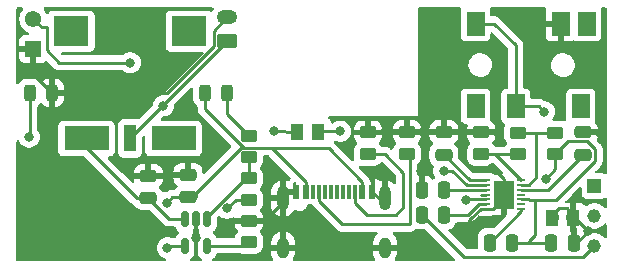
<source format=gbr>
%TF.GenerationSoftware,KiCad,Pcbnew,7.0.7*%
%TF.CreationDate,2024-02-01T23:59:20-06:00*%
%TF.ProjectId,Md-rev-1,4d642d72-6576-42d3-912e-6b696361645f,rev?*%
%TF.SameCoordinates,Original*%
%TF.FileFunction,Copper,L1,Top*%
%TF.FilePolarity,Positive*%
%FSLAX46Y46*%
G04 Gerber Fmt 4.6, Leading zero omitted, Abs format (unit mm)*
G04 Created by KiCad (PCBNEW 7.0.7) date 2024-02-01 23:59:20*
%MOMM*%
%LPD*%
G01*
G04 APERTURE LIST*
G04 Aperture macros list*
%AMRoundRect*
0 Rectangle with rounded corners*
0 $1 Rounding radius*
0 $2 $3 $4 $5 $6 $7 $8 $9 X,Y pos of 4 corners*
0 Add a 4 corners polygon primitive as box body*
4,1,4,$2,$3,$4,$5,$6,$7,$8,$9,$2,$3,0*
0 Add four circle primitives for the rounded corners*
1,1,$1+$1,$2,$3*
1,1,$1+$1,$4,$5*
1,1,$1+$1,$6,$7*
1,1,$1+$1,$8,$9*
0 Add four rect primitives between the rounded corners*
20,1,$1+$1,$2,$3,$4,$5,0*
20,1,$1+$1,$4,$5,$6,$7,0*
20,1,$1+$1,$6,$7,$8,$9,0*
20,1,$1+$1,$8,$9,$2,$3,0*%
G04 Aperture macros list end*
%TA.AperFunction,SMDPad,CuDef*%
%ADD10RoundRect,0.250000X-0.475000X0.250000X-0.475000X-0.250000X0.475000X-0.250000X0.475000X0.250000X0*%
%TD*%
%TA.AperFunction,SMDPad,CuDef*%
%ADD11RoundRect,0.250000X-0.450000X0.262500X-0.450000X-0.262500X0.450000X-0.262500X0.450000X0.262500X0*%
%TD*%
%TA.AperFunction,SMDPad,CuDef*%
%ADD12RoundRect,0.250000X-0.250000X-0.475000X0.250000X-0.475000X0.250000X0.475000X-0.250000X0.475000X0*%
%TD*%
%TA.AperFunction,SMDPad,CuDef*%
%ADD13RoundRect,0.250000X0.450000X-0.262500X0.450000X0.262500X-0.450000X0.262500X-0.450000X-0.262500X0*%
%TD*%
%TA.AperFunction,ComponentPad*%
%ADD14R,1.160000X1.160000*%
%TD*%
%TA.AperFunction,SMDPad,CuDef*%
%ADD15RoundRect,0.243750X0.243750X0.456250X-0.243750X0.456250X-0.243750X-0.456250X0.243750X-0.456250X0*%
%TD*%
%TA.AperFunction,SMDPad,CuDef*%
%ADD16R,1.500000X2.000000*%
%TD*%
%TA.AperFunction,SMDPad,CuDef*%
%ADD17RoundRect,0.150000X-0.150000X0.512500X-0.150000X-0.512500X0.150000X-0.512500X0.150000X0.512500X0*%
%TD*%
%TA.AperFunction,ComponentPad*%
%ADD18C,1.160000*%
%TD*%
%TA.AperFunction,SMDPad,CuDef*%
%ADD19R,1.117600X1.447800*%
%TD*%
%TA.AperFunction,SMDPad,CuDef*%
%ADD20RoundRect,0.250000X0.475000X-0.250000X0.475000X0.250000X-0.475000X0.250000X-0.475000X-0.250000X0*%
%TD*%
%TA.AperFunction,ComponentPad*%
%ADD21R,1.378000X1.378000*%
%TD*%
%TA.AperFunction,SMDPad,CuDef*%
%ADD22R,0.711200X0.203200*%
%TD*%
%TA.AperFunction,SMDPad,CuDef*%
%ADD23R,1.701800X2.387600*%
%TD*%
%TA.AperFunction,ComponentPad*%
%ADD24O,1.750000X1.200000*%
%TD*%
%TA.AperFunction,SMDPad,CuDef*%
%ADD25R,3.810000X2.030000*%
%TD*%
%TA.AperFunction,SMDPad,CuDef*%
%ADD26R,1.020000X2.290000*%
%TD*%
%TA.AperFunction,SMDPad,CuDef*%
%ADD27R,3.000000X2.500000*%
%TD*%
%TA.AperFunction,ComponentPad*%
%ADD28C,1.378000*%
%TD*%
%TA.AperFunction,ComponentPad*%
%ADD29RoundRect,0.250000X0.625000X-0.350000X0.625000X0.350000X-0.625000X0.350000X-0.625000X-0.350000X0*%
%TD*%
%TA.AperFunction,SMDPad,CuDef*%
%ADD30R,0.600000X1.150000*%
%TD*%
%TA.AperFunction,SMDPad,CuDef*%
%ADD31R,0.300000X1.150000*%
%TD*%
%TA.AperFunction,ComponentPad*%
%ADD32O,1.000000X2.100000*%
%TD*%
%TA.AperFunction,ComponentPad*%
%ADD33O,1.000000X1.800000*%
%TD*%
%TA.AperFunction,ViaPad*%
%ADD34C,0.800000*%
%TD*%
%TA.AperFunction,Conductor*%
%ADD35C,0.250000*%
%TD*%
G04 APERTURE END LIST*
D10*
%TO.P,C1,1*%
%TO.N,GND*%
X144530000Y-118330000D03*
%TO.P,C1,2*%
%TO.N,/5V*%
X144530000Y-120230000D03*
%TD*%
D11*
%TO.P,R4,1*%
%TO.N,Net-(U1-STAT)*%
X149690000Y-118627500D03*
%TO.P,R4,2*%
%TO.N,Net-(D2-A)*%
X149690000Y-120452500D03*
%TD*%
D12*
%TO.P,C3,1*%
%TO.N,GND*%
X164310000Y-119610000D03*
%TO.P,C3,2*%
%TO.N,Net-(U2-CG)*%
X166210000Y-119610000D03*
%TD*%
D13*
%TO.P,R5,1*%
%TO.N,Net-(U1-PROG)*%
X149690000Y-124032500D03*
%TO.P,R5,2*%
%TO.N,GND*%
X149690000Y-122207500D03*
%TD*%
D14*
%TO.P,,1*%
%TO.N,unconnected-(R9-Pad1)*%
X178940000Y-119260000D03*
%TD*%
D15*
%TO.P,D2,1,K*%
%TO.N,GND*%
X133025000Y-111380000D03*
%TO.P,D2,2,A*%
%TO.N,Net-(D2-A)*%
X131150000Y-111380000D03*
%TD*%
D13*
%TO.P,R3,1*%
%TO.N,Net-(U1-STAT)*%
X149690000Y-116822500D03*
%TO.P,R3,2*%
%TO.N,Net-(D1-K)*%
X149690000Y-114997500D03*
%TD*%
D16*
%TO.P,J2,1*%
%TO.N,unconnected-(J2-Pad1)*%
X168880000Y-112530000D03*
%TO.P,J2,2*%
%TO.N,Net-(J2-Pad2)*%
X168880000Y-105530000D03*
%TO.P,J2,3*%
X172280000Y-112530000D03*
%TO.P,J2,4*%
%TO.N,GND*%
X176080000Y-105530000D03*
%TO.P,J2,5*%
%TO.N,unconnected-(J2-Pad5)*%
X178280000Y-105530000D03*
%TO.P,J2,6*%
%TO.N,unconnected-(J2-Pad6)*%
X177780000Y-112530000D03*
%TD*%
D10*
%TO.P,C5,1*%
%TO.N,GND*%
X166200000Y-114710000D03*
%TO.P,C5,2*%
%TO.N,Net-(U2-CT)*%
X166200000Y-116610000D03*
%TD*%
D13*
%TO.P,R2,1*%
%TO.N,Net-(J1-CC1)*%
X163070000Y-116535000D03*
%TO.P,R2,2*%
%TO.N,GND*%
X163070000Y-114710000D03*
%TD*%
D17*
%TO.P,U1,1,STAT*%
%TO.N,Net-(U1-STAT)*%
X146160000Y-122062500D03*
%TO.P,U1,2,V_{SS}*%
%TO.N,GND*%
X145210000Y-122062500D03*
%TO.P,U1,3,V_{BAT}*%
%TO.N,Net-(U1-V_{BAT})*%
X144260000Y-122062500D03*
%TO.P,U1,4,V_{DD}*%
%TO.N,/5V*%
X144260000Y-124337500D03*
%TO.P,U1,5,PROG*%
%TO.N,Net-(U1-PROG)*%
X146160000Y-124337500D03*
%TD*%
D18*
%TO.P,,3*%
%TO.N,/OUTPUT*%
X178940000Y-124340000D03*
%TD*%
D13*
%TO.P,R8,1*%
%TO.N,Net-(U2-TH)*%
X169360000Y-116552500D03*
%TO.P,R8,2*%
%TO.N,GND*%
X169360000Y-114727500D03*
%TD*%
D19*
%TO.P,FB2,1,P$1*%
%TO.N,GND*%
X175348300Y-121940000D03*
%TO.P,FB2,2,P$2*%
X177151700Y-121940000D03*
%TD*%
D20*
%TO.P,C2,1*%
%TO.N,Net-(U1-V_{BAT})*%
X141170000Y-120310000D03*
%TO.P,C2,2*%
%TO.N,GND*%
X141170000Y-118410000D03*
%TD*%
D21*
%TO.P,,1*%
%TO.N,GND*%
X131450000Y-107670000D03*
%TD*%
D12*
%TO.P,C4,1*%
%TO.N,/OUTPUT*%
X164320000Y-121710000D03*
%TO.P,C4,2*%
%TO.N,Net-(U2-MICOUT)*%
X166220000Y-121710000D03*
%TD*%
D19*
%TO.P,FB1,1,P$1*%
%TO.N,/VBAT*%
X153778300Y-114670000D03*
%TO.P,FB1,2,P$2*%
%TO.N,VDD*%
X155581700Y-114670000D03*
%TD*%
D22*
%TO.P,U2,1,CT*%
%TO.N,Net-(U2-CT)*%
X169762800Y-118800000D03*
%TO.P,U2,2,\u002ASHDN*%
%TO.N,VDD*%
X169762800Y-119199999D03*
%TO.P,U2,3,CG*%
%TO.N,Net-(U2-CG)*%
X169762800Y-119600001D03*
%TO.P,U2,4,NC*%
%TO.N,unconnected-(U2-NC-Pad4)*%
X169762800Y-120000000D03*
%TO.P,U2,5,VDD*%
%TO.N,VDD*%
X169762800Y-120399999D03*
%TO.P,U2,6,MICOUT*%
%TO.N,Net-(U2-MICOUT)*%
X169762800Y-120800001D03*
%TO.P,U2,7,GND*%
%TO.N,GND*%
X169762800Y-121200000D03*
%TO.P,U2,8,MICIN*%
%TO.N,Net-(U2-MICIN)*%
X172760000Y-121200000D03*
%TO.P,U2,9,A/R*%
%TO.N,unconnected-(U2-A{slash}R-Pad9)*%
X172760000Y-120800001D03*
%TO.P,U2,10,GAIN*%
%TO.N,VDD*%
X172760000Y-120399999D03*
%TO.P,U2,11,NC*%
%TO.N,unconnected-(U2-NC-Pad11)*%
X172760000Y-120000000D03*
%TO.P,U2,12,BIAS*%
%TO.N,Net-(U2-BIAS)*%
X172760000Y-119600001D03*
%TO.P,U2,13,MICBIAS*%
%TO.N,Net-(U2-MICBIAS)*%
X172760000Y-119199999D03*
%TO.P,U2,14,TH*%
%TO.N,Net-(U2-TH)*%
X172760000Y-118800000D03*
D23*
%TO.P,U2,15,EP*%
%TO.N,GND*%
X171261400Y-120000000D03*
%TD*%
D24*
%TO.P,,2,2*%
%TO.N,GND*%
X147850000Y-105000000D03*
%TD*%
D25*
%TO.P,S1,1*%
%TO.N,unconnected-(S1-Pad1)*%
X143325000Y-115245000D03*
D26*
%TO.P,S1,2*%
%TO.N,/VBAT*%
X139640000Y-115245000D03*
D25*
%TO.P,S1,3*%
%TO.N,Net-(U1-V_{BAT})*%
X135955000Y-115245000D03*
D27*
%TO.P,S1,S1*%
%TO.N,N/C*%
X144640000Y-106175000D03*
%TO.P,S1,S2*%
X134640000Y-106175000D03*
%TD*%
D12*
%TO.P,C8,1,1*%
%TO.N,VDD*%
X175290000Y-124060000D03*
%TO.P,C8,2,2*%
%TO.N,GND*%
X177190000Y-124060000D03*
%TD*%
D28*
%TO.P,,2*%
%TO.N,VDD*%
X131450000Y-105130000D03*
%TD*%
D29*
%TO.P,,1,1*%
%TO.N,/VBAT*%
X147850000Y-107000000D03*
%TD*%
D15*
%TO.P,D1,1,K*%
%TO.N,Net-(D1-K)*%
X147847500Y-111380000D03*
%TO.P,D1,2,A*%
%TO.N,/5V*%
X145972500Y-111380000D03*
%TD*%
D10*
%TO.P,C6,1*%
%TO.N,GND*%
X178000000Y-114720000D03*
%TO.P,C6,2*%
%TO.N,Net-(U2-BIAS)*%
X178000000Y-116620000D03*
%TD*%
D12*
%TO.P,C7,1*%
%TO.N,Net-(U2-MICIN)*%
X170070000Y-124060000D03*
%TO.P,C7,2*%
%TO.N,VDD*%
X171970000Y-124060000D03*
%TD*%
D18*
%TO.P,,2*%
%TO.N,Net-(J2-Pad2)*%
X178940000Y-121800000D03*
%TD*%
D30*
%TO.P,J1,A1,GND*%
%TO.N,GND*%
X153700000Y-119750000D03*
%TO.P,J1,A4,VBUS*%
%TO.N,/5V*%
X154500000Y-119750000D03*
D31*
%TO.P,J1,A5,CC1*%
%TO.N,Net-(J1-CC1)*%
X155650000Y-119750000D03*
%TO.P,J1,A6,D+*%
%TO.N,unconnected-(J1-D+-PadA6)*%
X156650000Y-119750000D03*
%TO.P,J1,A7,D-*%
%TO.N,unconnected-(J1-D--PadA7)*%
X157150000Y-119750000D03*
%TO.P,J1,A8,SBU1*%
%TO.N,unconnected-(J1-SBU1-PadA8)*%
X158150000Y-119750000D03*
D30*
%TO.P,J1,A9,VBUS*%
%TO.N,/5V*%
X159300000Y-119750000D03*
%TO.P,J1,A12,GND*%
%TO.N,GND*%
X160100000Y-119750000D03*
%TO.P,J1,B1,GND*%
X160100000Y-119750000D03*
%TO.P,J1,B4,VBUS*%
%TO.N,/5V*%
X159300000Y-119750000D03*
D31*
%TO.P,J1,B5,CC2*%
%TO.N,Net-(J1-CC2)*%
X158650000Y-119750000D03*
%TO.P,J1,B6,D+*%
%TO.N,unconnected-(J1-D+-PadB6)*%
X157650000Y-119750000D03*
%TO.P,J1,B7,D-*%
%TO.N,unconnected-(J1-D--PadB7)*%
X156150000Y-119750000D03*
%TO.P,J1,B8,SBU2*%
%TO.N,unconnected-(J1-SBU2-PadB8)*%
X155150000Y-119750000D03*
D30*
%TO.P,J1,B9,VBUS*%
%TO.N,/5V*%
X154500000Y-119750000D03*
%TO.P,J1,B12,GND*%
%TO.N,GND*%
X153700000Y-119750000D03*
D32*
%TO.P,J1,S1,SHIELD*%
X152580000Y-120325000D03*
D33*
X152580000Y-124505000D03*
D32*
X161220000Y-120325000D03*
D33*
X161220000Y-124505000D03*
%TD*%
D13*
%TO.P,R6,1*%
%TO.N,VDD*%
X175600000Y-116572500D03*
%TO.P,R6,2*%
%TO.N,Net-(U2-MICBIAS)*%
X175600000Y-114747500D03*
%TD*%
D11*
%TO.P,R7,1*%
%TO.N,Net-(U2-MICBIAS)*%
X172480000Y-114747500D03*
%TO.P,R7,2*%
%TO.N,Net-(U2-TH)*%
X172480000Y-116572500D03*
%TD*%
D13*
%TO.P,R1,1*%
%TO.N,Net-(J1-CC2)*%
X159780000Y-116565000D03*
%TO.P,R1,2*%
%TO.N,GND*%
X159780000Y-114740000D03*
%TD*%
D34*
%TO.N,Net-(D2-A)*%
X147840000Y-121160000D03*
X131080000Y-115130000D03*
%TO.N,GND*%
X170310000Y-117760000D03*
X164470000Y-114700000D03*
X170750000Y-114780000D03*
X179400000Y-114750000D03*
X145210000Y-123655000D03*
X160540000Y-118120000D03*
X161240000Y-114740000D03*
X142860000Y-118370000D03*
X178430000Y-123070000D03*
X173080000Y-105010000D03*
X164280000Y-117970000D03*
X167670000Y-114720000D03*
X168320000Y-123020000D03*
%TO.N,/5V*%
X142740000Y-120680000D03*
X142790000Y-124510000D03*
%TO.N,Net-(J2-Pad2)*%
X174690000Y-112980000D03*
%TO.N,/VBAT*%
X142450000Y-112480000D03*
X151850000Y-114620000D03*
%TO.N,VDD*%
X174820000Y-118660000D03*
X139630000Y-108830000D03*
X168080000Y-120420000D03*
X157430000Y-114640000D03*
X166200000Y-118010000D03*
%TD*%
D35*
%TO.N,GND*%
X149690000Y-122207500D02*
X151012500Y-122207500D01*
X152580000Y-120640000D02*
X152580000Y-120325000D01*
X151012500Y-122207500D02*
X152580000Y-120640000D01*
%TO.N,Net-(U1-STAT)*%
X146160000Y-122062500D02*
X146160000Y-121885405D01*
X149417905Y-118627500D02*
X149690000Y-118627500D01*
X146160000Y-121885405D02*
X149417905Y-118627500D01*
%TO.N,/5V*%
X145197538Y-120230000D02*
X145197538Y-119860000D01*
X145197538Y-119860000D02*
X149022538Y-116035000D01*
X149022538Y-116035000D02*
X149640000Y-116035000D01*
X144530000Y-120230000D02*
X143190000Y-120230000D01*
X143190000Y-120230000D02*
X142740000Y-120680000D01*
%TO.N,Net-(U1-V_{BAT})*%
X140230000Y-120310000D02*
X135955000Y-116035000D01*
X135955000Y-116035000D02*
X135955000Y-115245000D01*
X144260000Y-122062500D02*
X142922500Y-122062500D01*
X142922500Y-122062500D02*
X141170000Y-120310000D01*
%TO.N,Net-(U1-PROG)*%
X146160000Y-124337500D02*
X149385000Y-124337500D01*
X149385000Y-124337500D02*
X149690000Y-124032500D01*
%TO.N,Net-(U2-TH)*%
X172480000Y-116572500D02*
X170532500Y-116572500D01*
X170532500Y-116572500D02*
X170512500Y-116552500D01*
X170512500Y-116552500D02*
X172760000Y-118800000D01*
X169360000Y-116552500D02*
X170512500Y-116552500D01*
%TO.N,Net-(U2-MICIN)*%
X172760000Y-121370000D02*
X170070000Y-124060000D01*
X172760000Y-121200000D02*
X172760000Y-121370000D01*
%TO.N,Net-(U2-MICBIAS)*%
X173367201Y-119199999D02*
X174030000Y-118537200D01*
X172760000Y-119199999D02*
X173367201Y-119199999D01*
X174030000Y-114747500D02*
X172480000Y-114747500D01*
X174030000Y-118537200D02*
X174030000Y-114747500D01*
X175600000Y-114747500D02*
X174030000Y-114747500D01*
%TO.N,Net-(U2-CT)*%
X168390000Y-118800000D02*
X166200000Y-116610000D01*
X169762800Y-118800000D02*
X168390000Y-118800000D01*
%TO.N,Net-(U2-CG)*%
X166210000Y-119610000D02*
X166219999Y-119600001D01*
X166219999Y-119600001D02*
X169762800Y-119600001D01*
%TO.N,Net-(U2-BIAS)*%
X178000000Y-116620000D02*
X175019999Y-119600001D01*
X175019999Y-119600001D02*
X172760000Y-119600001D01*
%TO.N,Net-(U1-V_{BAT})*%
X141170000Y-120310000D02*
X140230000Y-120310000D01*
%TO.N,Net-(U1-STAT)*%
X149690000Y-118627500D02*
X149690000Y-116822500D01*
%TO.N,Net-(U1-PROG)*%
X149595000Y-123937500D02*
X149690000Y-124032500D01*
%TO.N,Net-(J1-CC2)*%
X158650000Y-120674949D02*
X159695051Y-121720000D01*
X162770000Y-118150000D02*
X161185000Y-116565000D01*
X159695051Y-121720000D02*
X162120000Y-121720000D01*
X161185000Y-116565000D02*
X159780000Y-116565000D01*
X162770000Y-121070000D02*
X162770000Y-118150000D01*
X158650000Y-119750000D02*
X158650000Y-120674949D01*
X162120000Y-121720000D02*
X162770000Y-121070000D01*
%TO.N,Net-(J1-CC1)*%
X163300000Y-122520000D02*
X163300000Y-116765000D01*
X155650000Y-120575000D02*
X157595000Y-122520000D01*
X157595000Y-122520000D02*
X163300000Y-122520000D01*
X163300000Y-116765000D02*
X163070000Y-116535000D01*
X155650000Y-119750000D02*
X155650000Y-120575000D01*
%TO.N,Net-(D2-A)*%
X147840000Y-121160000D02*
X147840000Y-121200000D01*
X148587500Y-120452500D02*
X147880000Y-121160000D01*
X147840000Y-121200000D02*
X147910000Y-121130000D01*
X131150000Y-111380000D02*
X131150000Y-115060000D01*
X149690000Y-120452500D02*
X148587500Y-120452500D01*
X147880000Y-121160000D02*
X147840000Y-121160000D01*
X131150000Y-115060000D02*
X131080000Y-115130000D01*
%TO.N,Net-(D1-K)*%
X147847500Y-111380000D02*
X147847500Y-113155000D01*
X147847500Y-113155000D02*
X149690000Y-114997500D01*
%TO.N,GND*%
X169762800Y-121200000D02*
X169321286Y-121200000D01*
X175906122Y-121141900D02*
X176593878Y-121141900D01*
X146695000Y-107420000D02*
X146695000Y-106155000D01*
X160100000Y-119750000D02*
X160100000Y-118560000D01*
X164450000Y-114710000D02*
X164440000Y-114710000D01*
X177151700Y-121699722D02*
X177151700Y-121940000D01*
X160100000Y-118560000D02*
X160540000Y-118120000D01*
X179400000Y-114750000D02*
X179370000Y-114720000D01*
X164430000Y-114710000D02*
X164470000Y-114700000D01*
X133025000Y-111380000D02*
X131450000Y-109805000D01*
X164470000Y-114700000D02*
X164450000Y-114710000D01*
X177151700Y-121940000D02*
X177300000Y-121940000D01*
X146695000Y-106155000D02*
X147850000Y-105000000D01*
X173080000Y-105010000D02*
X173080000Y-104960000D01*
X170370000Y-121200001D02*
X169762800Y-121200000D01*
X171261400Y-118701400D02*
X170320000Y-117760000D01*
X170750000Y-114740000D02*
X170750000Y-114780000D01*
X170310000Y-117760000D02*
X170310000Y-117750000D01*
X177300000Y-121940000D02*
X178430000Y-123070000D01*
X178000000Y-114720000D02*
X179310000Y-114720000D01*
X160540000Y-118120000D02*
X160540000Y-118080000D01*
X145210000Y-123655000D02*
X145210000Y-122062500D01*
X146695000Y-107420000D02*
X142735000Y-111380000D01*
X170750000Y-114780000D02*
X170790000Y-114780000D01*
X169321286Y-121200000D02*
X168505643Y-122015643D01*
X171261400Y-120000000D02*
X171261400Y-118701400D01*
X161240000Y-114650000D02*
X161160000Y-114730000D01*
X142820000Y-118410000D02*
X142860000Y-118370000D01*
X167590000Y-114710000D02*
X167600000Y-114720000D01*
X142735000Y-111380000D02*
X133025000Y-111380000D01*
X171261400Y-120308601D02*
X170370000Y-121200001D01*
X175348300Y-121699722D02*
X175906122Y-121141900D01*
X169360000Y-114727500D02*
X170737500Y-114727500D01*
X178430000Y-123070000D02*
X178410000Y-123090000D01*
X170737500Y-114727500D02*
X170750000Y-114740000D01*
X171261400Y-120000000D02*
X171261400Y-120308601D01*
X159780000Y-114740000D02*
X161150000Y-114740000D01*
X160675000Y-120325000D02*
X160100000Y-119750000D01*
X164310000Y-119610000D02*
X164280000Y-117970000D01*
X160540000Y-118080000D02*
X160520000Y-118100000D01*
X131450000Y-109805000D02*
X131450000Y-107670000D01*
X167670000Y-114720000D02*
X167670000Y-114790000D01*
X161220000Y-120325000D02*
X160675000Y-120325000D01*
X161150000Y-114740000D02*
X161150000Y-114740000D01*
X163070000Y-114710000D02*
X164430000Y-114710000D01*
X144530000Y-118330000D02*
X142900000Y-118330000D01*
X168320000Y-123020000D02*
X168330000Y-122950000D01*
X145210000Y-123785000D02*
X145310000Y-123685000D01*
X179370000Y-114720000D02*
X179340000Y-114720000D01*
X176593878Y-121141900D02*
X177151700Y-121699722D01*
X175348300Y-121940000D02*
X175348300Y-121699722D01*
X179310000Y-114720000D02*
X179400000Y-114750000D01*
X153700000Y-119750000D02*
X153155000Y-119750000D01*
X177190000Y-124060000D02*
X177440000Y-124060000D01*
X173130000Y-105010000D02*
X173080000Y-105010000D01*
X168505643Y-122015643D02*
X168330000Y-122191286D01*
X164280000Y-117970000D02*
X164310000Y-118080000D01*
X173650000Y-105530000D02*
X173130000Y-105010000D01*
X166200000Y-114710000D02*
X167590000Y-114710000D01*
X170320000Y-117760000D02*
X170310000Y-117760000D01*
X177440000Y-124060000D02*
X178430000Y-123070000D01*
X145210000Y-123655000D02*
X145210000Y-123785000D01*
X170310000Y-117750000D02*
X170350000Y-117790000D01*
X152580000Y-124505000D02*
X152580000Y-120325000D01*
X160500000Y-118120000D02*
X160540000Y-118120000D01*
X170790000Y-114780000D02*
X170740000Y-114730000D01*
X173080000Y-104960000D02*
X173150000Y-105030000D01*
X168330000Y-122191286D02*
X168320000Y-123020000D01*
X161150000Y-114740000D02*
X161240000Y-114740000D01*
X141170000Y-118410000D02*
X142820000Y-118410000D01*
X153155000Y-119750000D02*
X152580000Y-120325000D01*
X145340000Y-123655000D02*
X145210000Y-123655000D01*
X167600000Y-114720000D02*
X167670000Y-114720000D01*
X142900000Y-118330000D02*
X142860000Y-118370000D01*
X167670000Y-114790000D02*
X167600000Y-114720000D01*
X176080000Y-105530000D02*
X173650000Y-105530000D01*
X161240000Y-114740000D02*
X161240000Y-114650000D01*
%TO.N,/OUTPUT*%
X178010000Y-125270000D02*
X178940000Y-124340000D01*
X164320000Y-121710000D02*
X167880000Y-125270000D01*
X167880000Y-125270000D02*
X178010000Y-125270000D01*
%TO.N,/5V*%
X149081307Y-115976231D02*
X149213769Y-115976231D01*
X159300000Y-119750000D02*
X159300000Y-118925000D01*
X149272538Y-116035000D02*
X151610000Y-116035000D01*
X159300000Y-118925000D02*
X156467500Y-116092500D01*
X151667500Y-116092500D02*
X154500000Y-118925000D01*
X145972500Y-111380000D02*
X145972500Y-112734962D01*
X142962500Y-124337500D02*
X142790000Y-124510000D01*
X151610000Y-116035000D02*
X151667500Y-116092500D01*
X145972500Y-112734962D02*
X149213769Y-115976231D01*
X144260000Y-124337500D02*
X142962500Y-124337500D01*
X142740000Y-120690000D02*
X142850000Y-120580000D01*
X142750000Y-120680000D02*
X142740000Y-120680000D01*
X142740000Y-120680000D02*
X142740000Y-120690000D01*
X149213769Y-115976231D02*
X149272538Y-116035000D01*
X144530000Y-120230000D02*
X145197538Y-120230000D01*
X156467500Y-116092500D02*
X151667500Y-116092500D01*
X154500000Y-118925000D02*
X154500000Y-119750000D01*
%TO.N,Net-(U2-MICOUT)*%
X169762800Y-120800001D02*
X169155599Y-120800001D01*
X168245600Y-121710000D02*
X166220000Y-121710000D01*
X169155599Y-120800001D02*
X168245600Y-121710000D01*
%TO.N,Net-(J2-Pad2)*%
X172280000Y-107340000D02*
X172280000Y-112530000D01*
X174690000Y-112980000D02*
X174680000Y-112970000D01*
X168880000Y-105530000D02*
X170470000Y-105530000D01*
X170470000Y-105530000D02*
X172280000Y-107340000D01*
X174240000Y-112530000D02*
X174690000Y-112980000D01*
X172280000Y-112530000D02*
X174240000Y-112530000D01*
%TO.N,/VBAT*%
X142450000Y-112480000D02*
X142450000Y-112400000D01*
X142450000Y-112400000D02*
X147850000Y-107000000D01*
X153778300Y-114670000D02*
X151850000Y-114620000D01*
X151850000Y-114620000D02*
X151880000Y-114670000D01*
X139640000Y-115245000D02*
X142370000Y-112515000D01*
X151880000Y-114670000D02*
X151850000Y-114700000D01*
X142370000Y-112515000D02*
X142450000Y-112480000D01*
X147850000Y-107035000D02*
X147850000Y-107000000D01*
X142450000Y-112480000D02*
X142370000Y-112510000D01*
%TO.N,VDD*%
X168170000Y-120420000D02*
X168080000Y-120420000D01*
X174820000Y-118660000D02*
X174810000Y-118660000D01*
X175600000Y-116572500D02*
X176677500Y-115495000D01*
X169762800Y-119199999D02*
X168119999Y-119199999D01*
X175600000Y-117870000D02*
X174820000Y-118650000D01*
X168190001Y-120399999D02*
X168170000Y-120420000D01*
X168080000Y-120420000D02*
X168080000Y-120510000D01*
X178342462Y-115495000D02*
X179010000Y-116162538D01*
X173660000Y-120423401D02*
X173390600Y-120423401D01*
X173950000Y-120423401D02*
X173660000Y-120423401D01*
X174810000Y-118660000D02*
X174855000Y-118615000D01*
X173540000Y-124060000D02*
X175290000Y-124060000D01*
X175600000Y-116572500D02*
X175600000Y-117870000D01*
X166230000Y-117980000D02*
X166200000Y-118010000D01*
X175706599Y-120423401D02*
X173950000Y-120423401D01*
X139630000Y-108830000D02*
X133630000Y-108830000D01*
X173415000Y-123935000D02*
X173540000Y-124060000D01*
X179010000Y-116162538D02*
X179010000Y-117120000D01*
X173950000Y-123400000D02*
X173415000Y-123935000D01*
X175290000Y-124260000D02*
X175300000Y-124270000D01*
X139630000Y-108830000D02*
X139630000Y-108870000D01*
X176677500Y-115495000D02*
X178342462Y-115495000D01*
X132590000Y-105850000D02*
X132170000Y-105850000D01*
X173950000Y-120423401D02*
X173950000Y-123400000D01*
X171970000Y-124060000D02*
X173540000Y-124060000D01*
X168119999Y-119199999D02*
X166900000Y-117980000D01*
X157430000Y-114640000D02*
X155611700Y-114640000D01*
X132170000Y-105850000D02*
X131450000Y-105130000D01*
X173367198Y-120399999D02*
X172760000Y-120399999D01*
X179010000Y-117120000D02*
X175706599Y-120423401D01*
X168080000Y-120510000D02*
X168180000Y-120410000D01*
X133630000Y-108830000D02*
X132590000Y-107790000D01*
X169762800Y-120399999D02*
X168190001Y-120399999D01*
X174820000Y-118650000D02*
X174820000Y-118660000D01*
X155611700Y-114640000D02*
X155581700Y-114670000D01*
X173390600Y-120423401D02*
X173367198Y-120399999D01*
X166900000Y-117980000D02*
X166230000Y-117980000D01*
X132590000Y-107790000D02*
X132590000Y-105850000D01*
%TO.N,unconnected-(U2-NC-Pad4)*%
X169762800Y-120000000D02*
X169350000Y-120000000D01*
%TD*%
%TA.AperFunction,Conductor*%
%TO.N,GND*%
G36*
X130524680Y-104160185D02*
G01*
X130570435Y-104212989D01*
X130580379Y-104282147D01*
X130556595Y-104339227D01*
X130434335Y-104501123D01*
X130434330Y-104501131D01*
X130336073Y-104698458D01*
X130336071Y-104698462D01*
X130336072Y-104698462D01*
X130277450Y-104904500D01*
X130275743Y-104910498D01*
X130255404Y-105129999D01*
X130255404Y-105130000D01*
X130275743Y-105349501D01*
X130336073Y-105561541D01*
X130434330Y-105758868D01*
X130434335Y-105758876D01*
X130567184Y-105934796D01*
X130730094Y-106083307D01*
X130730096Y-106083309D01*
X130917519Y-106199356D01*
X130917520Y-106199356D01*
X130917523Y-106199358D01*
X131025978Y-106241374D01*
X131081378Y-106283946D01*
X131104969Y-106349713D01*
X131089258Y-106417793D01*
X131039234Y-106466572D01*
X130981183Y-106481000D01*
X130713155Y-106481000D01*
X130653627Y-106487401D01*
X130653620Y-106487403D01*
X130518913Y-106537645D01*
X130518906Y-106537649D01*
X130403812Y-106623809D01*
X130403809Y-106623812D01*
X130317649Y-106738906D01*
X130317645Y-106738913D01*
X130267403Y-106873620D01*
X130267401Y-106873627D01*
X130261000Y-106933155D01*
X130261000Y-106933172D01*
X130260999Y-107420000D01*
X130905384Y-107420000D01*
X130972423Y-107439685D01*
X131018178Y-107492489D01*
X131028122Y-107561647D01*
X131026277Y-107571579D01*
X131011317Y-107637125D01*
X131011316Y-107637125D01*
X131021116Y-107767885D01*
X131021235Y-107768406D01*
X131021199Y-107768991D01*
X131021811Y-107777156D01*
X131020693Y-107777239D01*
X131016962Y-107838145D01*
X130975664Y-107894503D01*
X130910453Y-107919587D01*
X130900344Y-107920000D01*
X130261000Y-107920000D01*
X130261000Y-108406844D01*
X130267401Y-108466372D01*
X130267403Y-108466379D01*
X130317645Y-108601086D01*
X130317649Y-108601093D01*
X130403809Y-108716187D01*
X130403812Y-108716190D01*
X130518906Y-108802350D01*
X130518913Y-108802354D01*
X130653620Y-108852596D01*
X130653627Y-108852598D01*
X130713155Y-108858999D01*
X130713172Y-108859000D01*
X131200000Y-108859000D01*
X131200000Y-108216123D01*
X131219685Y-108149084D01*
X131272489Y-108103329D01*
X131341647Y-108093385D01*
X131360548Y-108097632D01*
X131384434Y-108105000D01*
X131384435Y-108105000D01*
X131482595Y-108105000D01*
X131482596Y-108105000D01*
X131557519Y-108093707D01*
X131626742Y-108103180D01*
X131679857Y-108148574D01*
X131699997Y-108215478D01*
X131700000Y-108216322D01*
X131699999Y-108858999D01*
X131700000Y-108859000D01*
X132186828Y-108859000D01*
X132186844Y-108858999D01*
X132246372Y-108852598D01*
X132246379Y-108852596D01*
X132381086Y-108802354D01*
X132381093Y-108802350D01*
X132487612Y-108722610D01*
X132553076Y-108698192D01*
X132621349Y-108713043D01*
X132649604Y-108734195D01*
X133129197Y-109213788D01*
X133139022Y-109226051D01*
X133139243Y-109225869D01*
X133144214Y-109231878D01*
X133170217Y-109256295D01*
X133194635Y-109279226D01*
X133215529Y-109300120D01*
X133221011Y-109304373D01*
X133225443Y-109308157D01*
X133259418Y-109340062D01*
X133276976Y-109349714D01*
X133293235Y-109360395D01*
X133309064Y-109372673D01*
X133351838Y-109391182D01*
X133357056Y-109393738D01*
X133397908Y-109416197D01*
X133417316Y-109421180D01*
X133435717Y-109427480D01*
X133454104Y-109435437D01*
X133497488Y-109442308D01*
X133500119Y-109442725D01*
X133505839Y-109443909D01*
X133550981Y-109455500D01*
X133571016Y-109455500D01*
X133590414Y-109457026D01*
X133610194Y-109460159D01*
X133610195Y-109460160D01*
X133610195Y-109460159D01*
X133610196Y-109460160D01*
X133656583Y-109455775D01*
X133662422Y-109455500D01*
X138926252Y-109455500D01*
X138993291Y-109475185D01*
X139018400Y-109496526D01*
X139024126Y-109502885D01*
X139024130Y-109502889D01*
X139177265Y-109614148D01*
X139177270Y-109614151D01*
X139350192Y-109691142D01*
X139350197Y-109691144D01*
X139535354Y-109730500D01*
X139535355Y-109730500D01*
X139724644Y-109730500D01*
X139724646Y-109730500D01*
X139909803Y-109691144D01*
X140082730Y-109614151D01*
X140235871Y-109502888D01*
X140362533Y-109362216D01*
X140457179Y-109198284D01*
X140515674Y-109018256D01*
X140535460Y-108830000D01*
X140515674Y-108641744D01*
X140457179Y-108461716D01*
X140362533Y-108297784D01*
X140235871Y-108157112D01*
X140235870Y-108157111D01*
X140082734Y-108045851D01*
X140082729Y-108045848D01*
X139909807Y-107968857D01*
X139909802Y-107968855D01*
X139764000Y-107937865D01*
X139724646Y-107929500D01*
X139535354Y-107929500D01*
X139502897Y-107936398D01*
X139350197Y-107968855D01*
X139350192Y-107968857D01*
X139177270Y-108045848D01*
X139177265Y-108045851D01*
X139024130Y-108157110D01*
X139024126Y-108157114D01*
X139018400Y-108163474D01*
X138958913Y-108200121D01*
X138926252Y-108204500D01*
X133940452Y-108204500D01*
X133873413Y-108184815D01*
X133852771Y-108168181D01*
X133821770Y-108137180D01*
X133788285Y-108075857D01*
X133793269Y-108006165D01*
X133835141Y-107950232D01*
X133900605Y-107925815D01*
X133909451Y-107925499D01*
X136187871Y-107925499D01*
X136187872Y-107925499D01*
X136247483Y-107919091D01*
X136382331Y-107868796D01*
X136497546Y-107782546D01*
X136583796Y-107667331D01*
X136634091Y-107532483D01*
X136640500Y-107472873D01*
X136640499Y-104877128D01*
X136634091Y-104817517D01*
X136606114Y-104742508D01*
X136583797Y-104682671D01*
X136583793Y-104682664D01*
X136497547Y-104567455D01*
X136497544Y-104567452D01*
X136382335Y-104481206D01*
X136382328Y-104481202D01*
X136247482Y-104430908D01*
X136247483Y-104430908D01*
X136187883Y-104424501D01*
X136187881Y-104424500D01*
X136187873Y-104424500D01*
X136187864Y-104424500D01*
X133092129Y-104424500D01*
X133092123Y-104424501D01*
X133032516Y-104430908D01*
X132897671Y-104481202D01*
X132897664Y-104481206D01*
X132782455Y-104567452D01*
X132732624Y-104634017D01*
X132676689Y-104675888D01*
X132606998Y-104680871D01*
X132545675Y-104647385D01*
X132522358Y-104614977D01*
X132465669Y-104501131D01*
X132465664Y-104501123D01*
X132343405Y-104339227D01*
X132318713Y-104273866D01*
X132333278Y-104205531D01*
X132382475Y-104155919D01*
X132442359Y-104140500D01*
X146592729Y-104140500D01*
X146659768Y-104160185D01*
X146705523Y-104212989D01*
X146715467Y-104282147D01*
X146686443Y-104345702D01*
X146674893Y-104359030D01*
X146674885Y-104359042D01*
X146607209Y-104476261D01*
X146556642Y-104524477D01*
X146488035Y-104537699D01*
X146425512Y-104513528D01*
X146382335Y-104481206D01*
X146382328Y-104481202D01*
X146247482Y-104430908D01*
X146247483Y-104430908D01*
X146187883Y-104424501D01*
X146187881Y-104424500D01*
X146187873Y-104424500D01*
X146187864Y-104424500D01*
X143092129Y-104424500D01*
X143092123Y-104424501D01*
X143032516Y-104430908D01*
X142897671Y-104481202D01*
X142897664Y-104481206D01*
X142782455Y-104567452D01*
X142782452Y-104567455D01*
X142696206Y-104682664D01*
X142696202Y-104682671D01*
X142645908Y-104817517D01*
X142639501Y-104877116D01*
X142639501Y-104877123D01*
X142639500Y-104877135D01*
X142639500Y-107472870D01*
X142639501Y-107472876D01*
X142645908Y-107532483D01*
X142696202Y-107667328D01*
X142696206Y-107667335D01*
X142782452Y-107782544D01*
X142782455Y-107782547D01*
X142897664Y-107868793D01*
X142897671Y-107868797D01*
X143032517Y-107919091D01*
X143032516Y-107919091D01*
X143037130Y-107919587D01*
X143092127Y-107925500D01*
X145740546Y-107925499D01*
X145807585Y-107945184D01*
X145853340Y-107997987D01*
X145863284Y-108067146D01*
X145834259Y-108130702D01*
X145828227Y-108137180D01*
X142420128Y-111545280D01*
X142358805Y-111578765D01*
X142358228Y-111578889D01*
X142170197Y-111618855D01*
X142170192Y-111618857D01*
X141997270Y-111695848D01*
X141997265Y-111695851D01*
X141844129Y-111807111D01*
X141717466Y-111947785D01*
X141622821Y-112111715D01*
X141622818Y-112111722D01*
X141564327Y-112291739D01*
X141564327Y-112291740D01*
X141564326Y-112291744D01*
X141563353Y-112301003D01*
X141551963Y-112409366D01*
X141525378Y-112473980D01*
X141516323Y-112484084D01*
X140413627Y-113586780D01*
X140352304Y-113620265D01*
X140282615Y-113615282D01*
X140257481Y-113605908D01*
X140257483Y-113605908D01*
X140197883Y-113599501D01*
X140197881Y-113599500D01*
X140197873Y-113599500D01*
X140197864Y-113599500D01*
X139082129Y-113599500D01*
X139082123Y-113599501D01*
X139022516Y-113605908D01*
X138887671Y-113656202D01*
X138887664Y-113656206D01*
X138772455Y-113742452D01*
X138772452Y-113742455D01*
X138686206Y-113857664D01*
X138686202Y-113857671D01*
X138635908Y-113992517D01*
X138629501Y-114052116D01*
X138629500Y-114052135D01*
X138629500Y-116437870D01*
X138629501Y-116437876D01*
X138635908Y-116497483D01*
X138686202Y-116632328D01*
X138686206Y-116632335D01*
X138772452Y-116747544D01*
X138772455Y-116747547D01*
X138887664Y-116833793D01*
X138887671Y-116833797D01*
X139022517Y-116884091D01*
X139022516Y-116884091D01*
X139029444Y-116884835D01*
X139082127Y-116890500D01*
X140197872Y-116890499D01*
X140257483Y-116884091D01*
X140392331Y-116833796D01*
X140507546Y-116747546D01*
X140593796Y-116632331D01*
X140644091Y-116497483D01*
X140650500Y-116437873D01*
X140650499Y-115170451D01*
X140670184Y-115103413D01*
X140686818Y-115082771D01*
X140707819Y-115061770D01*
X140769142Y-115028285D01*
X140838834Y-115033269D01*
X140894767Y-115075141D01*
X140919184Y-115140605D01*
X140919500Y-115149451D01*
X140919500Y-116307870D01*
X140919501Y-116307876D01*
X140925908Y-116367483D01*
X140976202Y-116502328D01*
X140976206Y-116502335D01*
X141062452Y-116617544D01*
X141062455Y-116617547D01*
X141177664Y-116703793D01*
X141177671Y-116703797D01*
X141312517Y-116754091D01*
X141312516Y-116754091D01*
X141319444Y-116754835D01*
X141372127Y-116760500D01*
X145277872Y-116760499D01*
X145337483Y-116754091D01*
X145472331Y-116703796D01*
X145587546Y-116617546D01*
X145673796Y-116502331D01*
X145724091Y-116367483D01*
X145730500Y-116307873D01*
X145730499Y-114182128D01*
X145724091Y-114122517D01*
X145723898Y-114122000D01*
X145673797Y-113987671D01*
X145673793Y-113987664D01*
X145587547Y-113872455D01*
X145587544Y-113872452D01*
X145472335Y-113786206D01*
X145472328Y-113786202D01*
X145337482Y-113735908D01*
X145337483Y-113735908D01*
X145277883Y-113729501D01*
X145277881Y-113729500D01*
X145277873Y-113729500D01*
X145277865Y-113729500D01*
X142339452Y-113729500D01*
X142272413Y-113709815D01*
X142226658Y-113657011D01*
X142216714Y-113587853D01*
X142245739Y-113524297D01*
X142251754Y-113517835D01*
X142352773Y-113416817D01*
X142414096Y-113383334D01*
X142440453Y-113380500D01*
X142544644Y-113380500D01*
X142544646Y-113380500D01*
X142729803Y-113341144D01*
X142902730Y-113264151D01*
X143055871Y-113152888D01*
X143182533Y-113012216D01*
X143277179Y-112848284D01*
X143335674Y-112668256D01*
X143355460Y-112480000D01*
X143352048Y-112447541D01*
X143364617Y-112378814D01*
X143387685Y-112346903D01*
X144772820Y-110961768D01*
X144834142Y-110928285D01*
X144903834Y-110933269D01*
X144959767Y-110975141D01*
X144984184Y-111040605D01*
X144984500Y-111049451D01*
X144984500Y-111885855D01*
X144994913Y-111987776D01*
X145049637Y-112152922D01*
X145049642Y-112152933D01*
X145140971Y-112300999D01*
X145140973Y-112301002D01*
X145140974Y-112301003D01*
X145263997Y-112424026D01*
X145288096Y-112438891D01*
X145334821Y-112490837D01*
X145347000Y-112544429D01*
X145347000Y-112652217D01*
X145345275Y-112667834D01*
X145345561Y-112667861D01*
X145344826Y-112675627D01*
X145347000Y-112744776D01*
X145347000Y-112774305D01*
X145347001Y-112774322D01*
X145347868Y-112781193D01*
X145348326Y-112787012D01*
X145349790Y-112833586D01*
X145349791Y-112833589D01*
X145355380Y-112852829D01*
X145359324Y-112871873D01*
X145361836Y-112891754D01*
X145363481Y-112895909D01*
X145378990Y-112935081D01*
X145380882Y-112940609D01*
X145393881Y-112985350D01*
X145404080Y-113002596D01*
X145412638Y-113020065D01*
X145420014Y-113038694D01*
X145447398Y-113076385D01*
X145450606Y-113081269D01*
X145474327Y-113121378D01*
X145474333Y-113121386D01*
X145488490Y-113135542D01*
X145501128Y-113150338D01*
X145512905Y-113166548D01*
X145512906Y-113166549D01*
X145548809Y-113196250D01*
X145553120Y-113200172D01*
X146879909Y-114526961D01*
X148175265Y-115822317D01*
X148208750Y-115883640D01*
X148203766Y-115953332D01*
X148175265Y-115997679D01*
X145966680Y-118206265D01*
X145905357Y-118239750D01*
X145835665Y-118234766D01*
X145779732Y-118192894D01*
X145755315Y-118127430D01*
X145754999Y-118118584D01*
X145754999Y-118030028D01*
X145754998Y-118030013D01*
X145744505Y-117927302D01*
X145689358Y-117760880D01*
X145689356Y-117760875D01*
X145597315Y-117611654D01*
X145473345Y-117487684D01*
X145324124Y-117395643D01*
X145324119Y-117395641D01*
X145157697Y-117340494D01*
X145157690Y-117340493D01*
X145054986Y-117330000D01*
X144780000Y-117330000D01*
X144780000Y-118456000D01*
X144760315Y-118523039D01*
X144707511Y-118568794D01*
X144656000Y-118580000D01*
X143305001Y-118580000D01*
X143305001Y-118629986D01*
X143315494Y-118732697D01*
X143370641Y-118899119D01*
X143370643Y-118899124D01*
X143462684Y-119048345D01*
X143586655Y-119172316D01*
X143586659Y-119172319D01*
X143589656Y-119174168D01*
X143591279Y-119175972D01*
X143592323Y-119176798D01*
X143592181Y-119176976D01*
X143636381Y-119226116D01*
X143647602Y-119295079D01*
X143619759Y-119359161D01*
X143589661Y-119385241D01*
X143586349Y-119387283D01*
X143586343Y-119387288D01*
X143462289Y-119511342D01*
X143462287Y-119511344D01*
X143462288Y-119511344D01*
X143444614Y-119539999D01*
X143441161Y-119545597D01*
X143389213Y-119592321D01*
X143335622Y-119604500D01*
X143272738Y-119604500D01*
X143257121Y-119602776D01*
X143257094Y-119603062D01*
X143249332Y-119602327D01*
X143180204Y-119604500D01*
X143150650Y-119604500D01*
X143149929Y-119604590D01*
X143143757Y-119605369D01*
X143137945Y-119605826D01*
X143091373Y-119607290D01*
X143091372Y-119607290D01*
X143072129Y-119612881D01*
X143053079Y-119616825D01*
X143033211Y-119619334D01*
X142989884Y-119636488D01*
X142984358Y-119638379D01*
X142939614Y-119651379D01*
X142939610Y-119651381D01*
X142922366Y-119661579D01*
X142904905Y-119670133D01*
X142886274Y-119677510D01*
X142886262Y-119677517D01*
X142848570Y-119704902D01*
X142843687Y-119708109D01*
X142803582Y-119731828D01*
X142803579Y-119731830D01*
X142803580Y-119731830D01*
X142792224Y-119743184D01*
X142730902Y-119776667D01*
X142704547Y-119779500D01*
X142645352Y-119779500D01*
X142471169Y-119816523D01*
X142401502Y-119811207D01*
X142345769Y-119769069D01*
X142334119Y-119746623D01*
X142332864Y-119747209D01*
X142329815Y-119740670D01*
X142329814Y-119740666D01*
X142237712Y-119591344D01*
X142113656Y-119467288D01*
X142110342Y-119465243D01*
X142108546Y-119463248D01*
X142107989Y-119462807D01*
X142108064Y-119462711D01*
X142063618Y-119413297D01*
X142052397Y-119344334D01*
X142080240Y-119280252D01*
X142110348Y-119254165D01*
X142113342Y-119252318D01*
X142237315Y-119128345D01*
X142329356Y-118979124D01*
X142329358Y-118979119D01*
X142384505Y-118812697D01*
X142384506Y-118812690D01*
X142394999Y-118709986D01*
X142395000Y-118709973D01*
X142395000Y-118660000D01*
X139945001Y-118660000D01*
X139945001Y-118709986D01*
X139955494Y-118812697D01*
X139958534Y-118821871D01*
X139960936Y-118891699D01*
X139925204Y-118951741D01*
X139862684Y-118982934D01*
X139793224Y-118975373D01*
X139753147Y-118948556D01*
X138964591Y-118160000D01*
X139945000Y-118160000D01*
X140920000Y-118160000D01*
X140920000Y-117410000D01*
X141420000Y-117410000D01*
X141420000Y-118160000D01*
X142394999Y-118160000D01*
X142394999Y-118110028D01*
X142394998Y-118110013D01*
X142391932Y-118080000D01*
X143305000Y-118080000D01*
X144280000Y-118080000D01*
X144280000Y-117330000D01*
X144005029Y-117330000D01*
X144005012Y-117330001D01*
X143902302Y-117340494D01*
X143735880Y-117395641D01*
X143735875Y-117395643D01*
X143586654Y-117487684D01*
X143462684Y-117611654D01*
X143370643Y-117760875D01*
X143370641Y-117760880D01*
X143315494Y-117927302D01*
X143315493Y-117927309D01*
X143305000Y-118030013D01*
X143305000Y-118080000D01*
X142391932Y-118080000D01*
X142384505Y-118007302D01*
X142329358Y-117840880D01*
X142329356Y-117840875D01*
X142237315Y-117691654D01*
X142113345Y-117567684D01*
X141964124Y-117475643D01*
X141964119Y-117475641D01*
X141797697Y-117420494D01*
X141797690Y-117420493D01*
X141694986Y-117410000D01*
X141420000Y-117410000D01*
X140920000Y-117410000D01*
X140645029Y-117410000D01*
X140645012Y-117410001D01*
X140542302Y-117420494D01*
X140375880Y-117475641D01*
X140375875Y-117475643D01*
X140226654Y-117567684D01*
X140102684Y-117691654D01*
X140010643Y-117840875D01*
X140010641Y-117840880D01*
X139955494Y-118007302D01*
X139955493Y-118007309D01*
X139945000Y-118110013D01*
X139945000Y-118160000D01*
X138964591Y-118160000D01*
X137776770Y-116972180D01*
X137743285Y-116910857D01*
X137748269Y-116841165D01*
X137790141Y-116785232D01*
X137855605Y-116760815D01*
X137864451Y-116760499D01*
X137907871Y-116760499D01*
X137907872Y-116760499D01*
X137967483Y-116754091D01*
X138102331Y-116703796D01*
X138217546Y-116617546D01*
X138303796Y-116502331D01*
X138354091Y-116367483D01*
X138360500Y-116307873D01*
X138360499Y-114182128D01*
X138354091Y-114122517D01*
X138353898Y-114122000D01*
X138303797Y-113987671D01*
X138303793Y-113987664D01*
X138217547Y-113872455D01*
X138217544Y-113872452D01*
X138102335Y-113786206D01*
X138102328Y-113786202D01*
X137967482Y-113735908D01*
X137967483Y-113735908D01*
X137907883Y-113729501D01*
X137907881Y-113729500D01*
X137907873Y-113729500D01*
X137907864Y-113729500D01*
X134002129Y-113729500D01*
X134002123Y-113729501D01*
X133942516Y-113735908D01*
X133807671Y-113786202D01*
X133807664Y-113786206D01*
X133692455Y-113872452D01*
X133692452Y-113872455D01*
X133606206Y-113987664D01*
X133606202Y-113987671D01*
X133555908Y-114122517D01*
X133550574Y-114172137D01*
X133549501Y-114182123D01*
X133549500Y-114182135D01*
X133549500Y-116307870D01*
X133549501Y-116307876D01*
X133555908Y-116367483D01*
X133606202Y-116502328D01*
X133606206Y-116502335D01*
X133692452Y-116617544D01*
X133692455Y-116617547D01*
X133807664Y-116703793D01*
X133807671Y-116703797D01*
X133942517Y-116754091D01*
X133942516Y-116754091D01*
X133949444Y-116754835D01*
X134002127Y-116760500D01*
X135744547Y-116760499D01*
X135811586Y-116780184D01*
X135832227Y-116796817D01*
X137791122Y-118755713D01*
X139729197Y-120693788D01*
X139739022Y-120706051D01*
X139739243Y-120705869D01*
X139744214Y-120711878D01*
X139755527Y-120722501D01*
X139794635Y-120759226D01*
X139815529Y-120780120D01*
X139821011Y-120784373D01*
X139825443Y-120788157D01*
X139859418Y-120820062D01*
X139876976Y-120829714D01*
X139893233Y-120840393D01*
X139909064Y-120852673D01*
X139923475Y-120858909D01*
X139951833Y-120871182D01*
X139957077Y-120873750D01*
X139966139Y-120878732D01*
X140003579Y-120899315D01*
X140049380Y-120942880D01*
X140102285Y-121028652D01*
X140102288Y-121028656D01*
X140226344Y-121152712D01*
X140375666Y-121244814D01*
X140542203Y-121299999D01*
X140644991Y-121310500D01*
X141234547Y-121310499D01*
X141301586Y-121330183D01*
X141322227Y-121346817D01*
X141877180Y-121901771D01*
X142421697Y-122446288D01*
X142431522Y-122458551D01*
X142431743Y-122458369D01*
X142436714Y-122464378D01*
X142458883Y-122485195D01*
X142487135Y-122511726D01*
X142508029Y-122532620D01*
X142513511Y-122536873D01*
X142517943Y-122540657D01*
X142551918Y-122572562D01*
X142569476Y-122582214D01*
X142585735Y-122592895D01*
X142601564Y-122605173D01*
X142644338Y-122623682D01*
X142649556Y-122626238D01*
X142690408Y-122648697D01*
X142709816Y-122653680D01*
X142728217Y-122659980D01*
X142746604Y-122667937D01*
X142789988Y-122674808D01*
X142792619Y-122675225D01*
X142798339Y-122676409D01*
X142843481Y-122688000D01*
X142863516Y-122688000D01*
X142882914Y-122689526D01*
X142902694Y-122692659D01*
X142902695Y-122692660D01*
X142902695Y-122692659D01*
X142902696Y-122692660D01*
X142949083Y-122688275D01*
X142954922Y-122688000D01*
X143372331Y-122688000D01*
X143439370Y-122707685D01*
X143485125Y-122760489D01*
X143491407Y-122777405D01*
X143508254Y-122835392D01*
X143508256Y-122835399D01*
X143591917Y-122976862D01*
X143591923Y-122976870D01*
X143708129Y-123093076D01*
X143708140Y-123093085D01*
X143708455Y-123093271D01*
X143708650Y-123093480D01*
X143714298Y-123097861D01*
X143713591Y-123098772D01*
X143756136Y-123144343D01*
X143768637Y-123213085D01*
X143741988Y-123277673D01*
X143714078Y-123301856D01*
X143714298Y-123302139D01*
X143709092Y-123306176D01*
X143708455Y-123306729D01*
X143708140Y-123306914D01*
X143708129Y-123306923D01*
X143591923Y-123423129D01*
X143591917Y-123423137D01*
X143508256Y-123564600D01*
X143508254Y-123564607D01*
X143491407Y-123622595D01*
X143453801Y-123681481D01*
X143390328Y-123710687D01*
X143372331Y-123712000D01*
X143237982Y-123712000D01*
X143187546Y-123701279D01*
X143069807Y-123648857D01*
X143069802Y-123648855D01*
X142920848Y-123617195D01*
X142884646Y-123609500D01*
X142695354Y-123609500D01*
X142662897Y-123616398D01*
X142510197Y-123648855D01*
X142510192Y-123648857D01*
X142337270Y-123725848D01*
X142337265Y-123725851D01*
X142184129Y-123837111D01*
X142057466Y-123977785D01*
X141962821Y-124141715D01*
X141962818Y-124141722D01*
X141904327Y-124321740D01*
X141904326Y-124321744D01*
X141884540Y-124510000D01*
X141904326Y-124698256D01*
X141904327Y-124698259D01*
X141962818Y-124878277D01*
X141962821Y-124878284D01*
X142057467Y-125042216D01*
X142153213Y-125148552D01*
X142184129Y-125182888D01*
X142337265Y-125294148D01*
X142337270Y-125294151D01*
X142510192Y-125371142D01*
X142510197Y-125371144D01*
X142571668Y-125384210D01*
X142633150Y-125417402D01*
X142666926Y-125478565D01*
X142662274Y-125548280D01*
X142620669Y-125604412D01*
X142555322Y-125629141D01*
X142545887Y-125629500D01*
X130124500Y-125629500D01*
X130057461Y-125609815D01*
X130011706Y-125557011D01*
X130000500Y-125505500D01*
X130000500Y-115504625D01*
X130020185Y-115437586D01*
X130072989Y-115391831D01*
X130142147Y-115381887D01*
X130205703Y-115410912D01*
X130242431Y-115466308D01*
X130252817Y-115498275D01*
X130252821Y-115498284D01*
X130347467Y-115662216D01*
X130450019Y-115776111D01*
X130474129Y-115802888D01*
X130627265Y-115914148D01*
X130627270Y-115914151D01*
X130800192Y-115991142D01*
X130800197Y-115991144D01*
X130985354Y-116030500D01*
X130985355Y-116030500D01*
X131174644Y-116030500D01*
X131174646Y-116030500D01*
X131359803Y-115991144D01*
X131532730Y-115914151D01*
X131685871Y-115802888D01*
X131812533Y-115662216D01*
X131907179Y-115498284D01*
X131965674Y-115318256D01*
X131985460Y-115130000D01*
X131965674Y-114941744D01*
X131907179Y-114761716D01*
X131836906Y-114640000D01*
X131812535Y-114597787D01*
X131812534Y-114597785D01*
X131812533Y-114597784D01*
X131807350Y-114592028D01*
X131777120Y-114529038D01*
X131775499Y-114509067D01*
X131775499Y-112544429D01*
X131795184Y-112477391D01*
X131834403Y-112438891D01*
X131835895Y-112437970D01*
X131858503Y-112424026D01*
X131981526Y-112301003D01*
X131982255Y-112299821D01*
X131982966Y-112299181D01*
X131986007Y-112295336D01*
X131986663Y-112295855D01*
X132034201Y-112253097D01*
X132103164Y-112241873D01*
X132167246Y-112269715D01*
X132189261Y-112295123D01*
X132189388Y-112295023D01*
X132191613Y-112297838D01*
X132193333Y-112299822D01*
X132193865Y-112300685D01*
X132193869Y-112300690D01*
X132316808Y-112423629D01*
X132464785Y-112514903D01*
X132464790Y-112514905D01*
X132629826Y-112569592D01*
X132731684Y-112579999D01*
X132731697Y-112580000D01*
X132775000Y-112580000D01*
X132775000Y-111630000D01*
X133275000Y-111630000D01*
X133275000Y-112580000D01*
X133318303Y-112580000D01*
X133318315Y-112579999D01*
X133420173Y-112569592D01*
X133585209Y-112514905D01*
X133585214Y-112514903D01*
X133733191Y-112423629D01*
X133856129Y-112300691D01*
X133947403Y-112152714D01*
X133947405Y-112152709D01*
X134002092Y-111987673D01*
X134012499Y-111885815D01*
X134012500Y-111885802D01*
X134012500Y-111630000D01*
X133275000Y-111630000D01*
X132775000Y-111630000D01*
X132775000Y-110180000D01*
X133275000Y-110180000D01*
X133275000Y-111130000D01*
X134012499Y-111130000D01*
X134012500Y-110874197D01*
X134012499Y-110874184D01*
X134002092Y-110772326D01*
X133947405Y-110607290D01*
X133947403Y-110607285D01*
X133856129Y-110459308D01*
X133733191Y-110336370D01*
X133585214Y-110245096D01*
X133585209Y-110245094D01*
X133420173Y-110190407D01*
X133318315Y-110180000D01*
X133275000Y-110180000D01*
X132775000Y-110180000D01*
X132731684Y-110180000D01*
X132629826Y-110190407D01*
X132464790Y-110245094D01*
X132464785Y-110245096D01*
X132316808Y-110336370D01*
X132193869Y-110459309D01*
X132193864Y-110459315D01*
X132193329Y-110460184D01*
X132192806Y-110460654D01*
X132189388Y-110464977D01*
X132188649Y-110464392D01*
X132141379Y-110506906D01*
X132072416Y-110518125D01*
X132008335Y-110490278D01*
X131986086Y-110464601D01*
X131986007Y-110464664D01*
X131984611Y-110462898D01*
X131982258Y-110460183D01*
X131981528Y-110458999D01*
X131858503Y-110335974D01*
X131858499Y-110335971D01*
X131710433Y-110244642D01*
X131710427Y-110244639D01*
X131710425Y-110244638D01*
X131710422Y-110244637D01*
X131545276Y-110189913D01*
X131443355Y-110179500D01*
X131443348Y-110179500D01*
X130856652Y-110179500D01*
X130856644Y-110179500D01*
X130754723Y-110189913D01*
X130589577Y-110244637D01*
X130589566Y-110244642D01*
X130441500Y-110335971D01*
X130441496Y-110335974D01*
X130318474Y-110458996D01*
X130318471Y-110459000D01*
X130230038Y-110602372D01*
X130178090Y-110649097D01*
X130109128Y-110660318D01*
X130045046Y-110632475D01*
X130006190Y-110574406D01*
X130000500Y-110537275D01*
X130000500Y-104264500D01*
X130020185Y-104197461D01*
X130072989Y-104151706D01*
X130124500Y-104140500D01*
X130457641Y-104140500D01*
X130524680Y-104160185D01*
G37*
%TD.AperFunction*%
%TA.AperFunction,Conductor*%
G36*
X145302539Y-121832185D02*
G01*
X145348294Y-121884989D01*
X145359500Y-121936500D01*
X145359500Y-122640696D01*
X145362401Y-122677567D01*
X145362402Y-122677573D01*
X145408254Y-122835393D01*
X145408255Y-122835396D01*
X145408256Y-122835398D01*
X145442732Y-122893694D01*
X145460000Y-122956814D01*
X145460000Y-123222295D01*
X145486247Y-123246558D01*
X145522114Y-123306519D01*
X145519869Y-123376353D01*
X145495471Y-123416014D01*
X145496702Y-123416969D01*
X145491917Y-123423137D01*
X145408255Y-123564603D01*
X145408254Y-123564606D01*
X145362402Y-123722426D01*
X145362401Y-123722432D01*
X145359500Y-123759304D01*
X145359500Y-124915696D01*
X145362401Y-124952567D01*
X145362402Y-124952573D01*
X145408254Y-125110393D01*
X145408255Y-125110396D01*
X145408256Y-125110398D01*
X145491918Y-125251864D01*
X145491923Y-125251870D01*
X145608129Y-125368076D01*
X145608133Y-125368079D01*
X145608135Y-125368081D01*
X145634554Y-125383705D01*
X145660024Y-125398768D01*
X145707707Y-125449837D01*
X145720211Y-125518578D01*
X145693566Y-125583168D01*
X145636231Y-125623098D01*
X145596903Y-125629500D01*
X144823097Y-125629500D01*
X144756058Y-125609815D01*
X144710303Y-125557011D01*
X144700359Y-125487853D01*
X144729384Y-125424297D01*
X144759976Y-125398768D01*
X144763681Y-125396576D01*
X144811865Y-125368081D01*
X144928081Y-125251865D01*
X145011744Y-125110398D01*
X145045701Y-124993519D01*
X145057597Y-124952573D01*
X145057598Y-124952567D01*
X145060500Y-124915696D01*
X145060500Y-123759304D01*
X145057598Y-123722432D01*
X145057597Y-123722426D01*
X145011745Y-123564606D01*
X145011744Y-123564603D01*
X145011744Y-123564602D01*
X144928081Y-123423135D01*
X144928078Y-123423132D01*
X144923298Y-123416969D01*
X144924982Y-123415662D01*
X144896757Y-123363972D01*
X144901741Y-123294280D01*
X144933752Y-123246557D01*
X144960000Y-123222293D01*
X144960000Y-122956814D01*
X144977267Y-122893694D01*
X145011744Y-122835398D01*
X145054488Y-122688275D01*
X145057597Y-122677573D01*
X145057598Y-122677567D01*
X145060500Y-122640696D01*
X145060500Y-121936500D01*
X145080185Y-121869461D01*
X145132989Y-121823706D01*
X145184500Y-121812500D01*
X145235500Y-121812500D01*
X145302539Y-121832185D01*
G37*
%TD.AperFunction*%
%TA.AperFunction,Conductor*%
G36*
X151366587Y-116680185D02*
G01*
X151387229Y-116696819D01*
X153213864Y-118523455D01*
X153247349Y-118584778D01*
X153242365Y-118654470D01*
X153200493Y-118710403D01*
X153169517Y-118727318D01*
X153157912Y-118731646D01*
X153157911Y-118731646D01*
X153046180Y-118815289D01*
X152980716Y-118839706D01*
X152935375Y-118833242D01*
X152935183Y-118833988D01*
X152830000Y-118806753D01*
X152830000Y-119370021D01*
X152810315Y-119437060D01*
X152757511Y-119482815D01*
X152688353Y-119492759D01*
X152672066Y-119489287D01*
X152608162Y-119471105D01*
X152608162Y-119471104D01*
X152496475Y-119481454D01*
X152487931Y-119483885D01*
X152418064Y-119483297D01*
X152359606Y-119445028D01*
X152331118Y-119381230D01*
X152330000Y-119364618D01*
X152330000Y-118801633D01*
X152328053Y-118801931D01*
X152328047Y-118801933D01*
X152137342Y-118872562D01*
X152137335Y-118872565D01*
X151964732Y-118980149D01*
X151817331Y-119120264D01*
X151817330Y-119120266D01*
X151701143Y-119287195D01*
X151620940Y-119474092D01*
X151580000Y-119673309D01*
X151580000Y-120075000D01*
X152156000Y-120075000D01*
X152223039Y-120094685D01*
X152268794Y-120147489D01*
X152280000Y-120199000D01*
X152280000Y-120451000D01*
X152260315Y-120518039D01*
X152207511Y-120563794D01*
X152156000Y-120575000D01*
X151580000Y-120575000D01*
X151580000Y-120925713D01*
X151595418Y-121077338D01*
X151656299Y-121271381D01*
X151656304Y-121271391D01*
X151755005Y-121449215D01*
X151755005Y-121449216D01*
X151887478Y-121603530D01*
X151887479Y-121603531D01*
X152048304Y-121728018D01*
X152230907Y-121817589D01*
X152330000Y-121843244D01*
X152330000Y-121279978D01*
X152349685Y-121212939D01*
X152402489Y-121167184D01*
X152471647Y-121157240D01*
X152487926Y-121160709D01*
X152551840Y-121178895D01*
X152663521Y-121168546D01*
X152663526Y-121168543D01*
X152672063Y-121166115D01*
X152741930Y-121166701D01*
X152800390Y-121204966D01*
X152828881Y-121268763D01*
X152830000Y-121285381D01*
X152830000Y-121848365D01*
X152831944Y-121848069D01*
X152831945Y-121848069D01*
X153022660Y-121777436D01*
X153022664Y-121777434D01*
X153195267Y-121669850D01*
X153342668Y-121529735D01*
X153342669Y-121529733D01*
X153458855Y-121362805D01*
X153471921Y-121332358D01*
X153516447Y-121278513D01*
X153583015Y-121257289D01*
X153650491Y-121275423D01*
X153661359Y-121282880D01*
X153683668Y-121299998D01*
X153719767Y-121327698D01*
X153859764Y-121385687D01*
X153972280Y-121400500D01*
X153972287Y-121400500D01*
X154047713Y-121400500D01*
X154047720Y-121400500D01*
X154160236Y-121385687D01*
X154300233Y-121327698D01*
X154420451Y-121235451D01*
X154512698Y-121115233D01*
X154570687Y-120975236D01*
X154576206Y-120933313D01*
X154604472Y-120869417D01*
X154662797Y-120830946D01*
X154699145Y-120825499D01*
X154847872Y-120825499D01*
X154847885Y-120825498D01*
X154886744Y-120821320D01*
X154913252Y-120821320D01*
X154952127Y-120825500D01*
X154995656Y-120825499D01*
X155062694Y-120845182D01*
X155095976Y-120876614D01*
X155097513Y-120878729D01*
X155097514Y-120878732D01*
X155124348Y-120915666D01*
X155124898Y-120916423D01*
X155128106Y-120921307D01*
X155151827Y-120961416D01*
X155151833Y-120961424D01*
X155165990Y-120975580D01*
X155178628Y-120990376D01*
X155190405Y-121006586D01*
X155190406Y-121006587D01*
X155226309Y-121036288D01*
X155230620Y-121040210D01*
X156629275Y-122438866D01*
X157094197Y-122903788D01*
X157104022Y-122916051D01*
X157104243Y-122915869D01*
X157109214Y-122921878D01*
X157126747Y-122938342D01*
X157159635Y-122969226D01*
X157180529Y-122990120D01*
X157186011Y-122994373D01*
X157190443Y-122998157D01*
X157224418Y-123030062D01*
X157241976Y-123039714D01*
X157258235Y-123050395D01*
X157274064Y-123062673D01*
X157316838Y-123081182D01*
X157322056Y-123083738D01*
X157362908Y-123106197D01*
X157382316Y-123111180D01*
X157400717Y-123117480D01*
X157419104Y-123125437D01*
X157458225Y-123131633D01*
X157465119Y-123132725D01*
X157470839Y-123133909D01*
X157515981Y-123145500D01*
X157536016Y-123145500D01*
X157555414Y-123147026D01*
X157575194Y-123150159D01*
X157575195Y-123150160D01*
X157575195Y-123150159D01*
X157575196Y-123150160D01*
X157621583Y-123145775D01*
X157627422Y-123145500D01*
X160467517Y-123145500D01*
X160534556Y-123165185D01*
X160580311Y-123217989D01*
X160590255Y-123287147D01*
X160561230Y-123350703D01*
X160552949Y-123359374D01*
X160457331Y-123450265D01*
X160457330Y-123450266D01*
X160341143Y-123617195D01*
X160260940Y-123804092D01*
X160220000Y-124003309D01*
X160220000Y-124255000D01*
X160796000Y-124255000D01*
X160863039Y-124274685D01*
X160908794Y-124327489D01*
X160920000Y-124379000D01*
X160920000Y-124631000D01*
X160900315Y-124698039D01*
X160847511Y-124743794D01*
X160796000Y-124755000D01*
X160220000Y-124755000D01*
X160220000Y-124955713D01*
X160235418Y-125107338D01*
X160296299Y-125301381D01*
X160296304Y-125301391D01*
X160376193Y-125445322D01*
X160391516Y-125513491D01*
X160367553Y-125579122D01*
X160311910Y-125621379D01*
X160267774Y-125629500D01*
X153531497Y-125629500D01*
X153464458Y-125609815D01*
X153418703Y-125557011D01*
X153408759Y-125487853D01*
X153429722Y-125434663D01*
X153458856Y-125392804D01*
X153539059Y-125205907D01*
X153580000Y-125006690D01*
X153580000Y-124755000D01*
X153004000Y-124755000D01*
X152936961Y-124735315D01*
X152891206Y-124682511D01*
X152880000Y-124631000D01*
X152880000Y-124379000D01*
X152899685Y-124311961D01*
X152952489Y-124266206D01*
X153004000Y-124255000D01*
X153580000Y-124255000D01*
X153580000Y-124054286D01*
X153564581Y-123902661D01*
X153503700Y-123708618D01*
X153503695Y-123708608D01*
X153404994Y-123530784D01*
X153404994Y-123530783D01*
X153272521Y-123376469D01*
X153272520Y-123376468D01*
X153111695Y-123251981D01*
X152929093Y-123162411D01*
X152830000Y-123136753D01*
X152830000Y-123700021D01*
X152810315Y-123767060D01*
X152757511Y-123812815D01*
X152688353Y-123822759D01*
X152672066Y-123819287D01*
X152608162Y-123801105D01*
X152608162Y-123801104D01*
X152496475Y-123811454D01*
X152487931Y-123813885D01*
X152418064Y-123813297D01*
X152359606Y-123775028D01*
X152331118Y-123711230D01*
X152330000Y-123694618D01*
X152330000Y-123131633D01*
X152328053Y-123131931D01*
X152328047Y-123131933D01*
X152137342Y-123202562D01*
X152137335Y-123202565D01*
X151964732Y-123310149D01*
X151817331Y-123450264D01*
X151817330Y-123450266D01*
X151701143Y-123617195D01*
X151620940Y-123804092D01*
X151580000Y-124003309D01*
X151580000Y-124255000D01*
X152156000Y-124255000D01*
X152223039Y-124274685D01*
X152268794Y-124327489D01*
X152280000Y-124379000D01*
X152280000Y-124631000D01*
X152260315Y-124698039D01*
X152207511Y-124743794D01*
X152156000Y-124755000D01*
X151580000Y-124755000D01*
X151580000Y-124955713D01*
X151595418Y-125107338D01*
X151656299Y-125301381D01*
X151656304Y-125301391D01*
X151736193Y-125445322D01*
X151751516Y-125513491D01*
X151727553Y-125579122D01*
X151671910Y-125621379D01*
X151627774Y-125629500D01*
X146723097Y-125629500D01*
X146656058Y-125609815D01*
X146610303Y-125557011D01*
X146600359Y-125487853D01*
X146629384Y-125424297D01*
X146659976Y-125398768D01*
X146663681Y-125396576D01*
X146711865Y-125368081D01*
X146828081Y-125251865D01*
X146911744Y-125110398D01*
X146924740Y-125065666D01*
X146928593Y-125052405D01*
X146966199Y-124993519D01*
X147029672Y-124964313D01*
X147047669Y-124963000D01*
X148858240Y-124963000D01*
X148913258Y-124978603D01*
X148914118Y-124976760D01*
X148920659Y-124979810D01*
X148920666Y-124979814D01*
X149087203Y-125034999D01*
X149189991Y-125045500D01*
X150190008Y-125045499D01*
X150190016Y-125045498D01*
X150190019Y-125045498D01*
X150246302Y-125039748D01*
X150292797Y-125034999D01*
X150459334Y-124979814D01*
X150608656Y-124887712D01*
X150732712Y-124763656D01*
X150824814Y-124614334D01*
X150879999Y-124447797D01*
X150890500Y-124345009D01*
X150890499Y-123719992D01*
X150889548Y-123710687D01*
X150879999Y-123617203D01*
X150879998Y-123617200D01*
X150852757Y-123534992D01*
X150824814Y-123450666D01*
X150732712Y-123301344D01*
X150638695Y-123207327D01*
X150605210Y-123146004D01*
X150610194Y-123076312D01*
X150638695Y-123031964D01*
X150732317Y-122938342D01*
X150824356Y-122789124D01*
X150824358Y-122789119D01*
X150879505Y-122622697D01*
X150879506Y-122622690D01*
X150889999Y-122519986D01*
X150890000Y-122519973D01*
X150890000Y-122457500D01*
X148490001Y-122457500D01*
X148490001Y-122519986D01*
X148500494Y-122622697D01*
X148555641Y-122789119D01*
X148555643Y-122789124D01*
X148647684Y-122938345D01*
X148741304Y-123031965D01*
X148774789Y-123093288D01*
X148769805Y-123162980D01*
X148741305Y-123207327D01*
X148647287Y-123301345D01*
X148555187Y-123450663D01*
X148555185Y-123450668D01*
X148528638Y-123530783D01*
X148502736Y-123608951D01*
X148497872Y-123623629D01*
X148495826Y-123622951D01*
X148467401Y-123675403D01*
X148406185Y-123709082D01*
X148379443Y-123712000D01*
X147047669Y-123712000D01*
X146980630Y-123692315D01*
X146934875Y-123639511D01*
X146928593Y-123622595D01*
X146911745Y-123564607D01*
X146911743Y-123564600D01*
X146844126Y-123450266D01*
X146828081Y-123423135D01*
X146828079Y-123423133D01*
X146828076Y-123423129D01*
X146711870Y-123306923D01*
X146711867Y-123306921D01*
X146711865Y-123306919D01*
X146711549Y-123306732D01*
X146711353Y-123306522D01*
X146705702Y-123302139D01*
X146706409Y-123301227D01*
X146663866Y-123255664D01*
X146651362Y-123186923D01*
X146678006Y-123122333D01*
X146705921Y-123098144D01*
X146705702Y-123097861D01*
X146710911Y-123093820D01*
X146711550Y-123093267D01*
X146711865Y-123093081D01*
X146828081Y-122976865D01*
X146911744Y-122835398D01*
X146954488Y-122688275D01*
X146957597Y-122677573D01*
X146957598Y-122677567D01*
X146960500Y-122640696D01*
X146960500Y-122020856D01*
X146980185Y-121953817D01*
X146996810Y-121933184D01*
X147079883Y-121850111D01*
X147141201Y-121816629D01*
X147210893Y-121821613D01*
X147240445Y-121837477D01*
X147387265Y-121944148D01*
X147387270Y-121944151D01*
X147560192Y-122021142D01*
X147560197Y-122021144D01*
X147745354Y-122060500D01*
X147745355Y-122060500D01*
X147934644Y-122060500D01*
X147934646Y-122060500D01*
X148119803Y-122021144D01*
X148292730Y-121944151D01*
X148313574Y-121929006D01*
X148379379Y-121905525D01*
X148447433Y-121921349D01*
X148474142Y-121941642D01*
X148490000Y-121957500D01*
X150889999Y-121957500D01*
X150889999Y-121895028D01*
X150889998Y-121895013D01*
X150879505Y-121792302D01*
X150824358Y-121625880D01*
X150824356Y-121625875D01*
X150732315Y-121476654D01*
X150673695Y-121418034D01*
X150640210Y-121356711D01*
X150645194Y-121287019D01*
X150673691Y-121242676D01*
X150732712Y-121183656D01*
X150824814Y-121034334D01*
X150879999Y-120867797D01*
X150890500Y-120765009D01*
X150890499Y-120139992D01*
X150879999Y-120037203D01*
X150824814Y-119870666D01*
X150732712Y-119721344D01*
X150639045Y-119627677D01*
X150605563Y-119566359D01*
X150610547Y-119496667D01*
X150639044Y-119452323D01*
X150732712Y-119358656D01*
X150824814Y-119209334D01*
X150879999Y-119042797D01*
X150890500Y-118940009D01*
X150890499Y-118314992D01*
X150887074Y-118281467D01*
X150879999Y-118212203D01*
X150879998Y-118212200D01*
X150871286Y-118185908D01*
X150824814Y-118045666D01*
X150732712Y-117896344D01*
X150649049Y-117812681D01*
X150615564Y-117751358D01*
X150620548Y-117681666D01*
X150649049Y-117637319D01*
X150680584Y-117605784D01*
X150732712Y-117553656D01*
X150824814Y-117404334D01*
X150879999Y-117237797D01*
X150890500Y-117135009D01*
X150890499Y-116784499D01*
X150910183Y-116717461D01*
X150962987Y-116671706D01*
X151014499Y-116660500D01*
X151299548Y-116660500D01*
X151366587Y-116680185D01*
G37*
%TD.AperFunction*%
%TA.AperFunction,Conductor*%
G36*
X163887451Y-122915140D02*
G01*
X163917203Y-122924999D01*
X164019991Y-122935500D01*
X164609546Y-122935499D01*
X164676585Y-122955183D01*
X164697227Y-122971818D01*
X167143228Y-125417819D01*
X167176713Y-125479142D01*
X167171729Y-125548834D01*
X167129857Y-125604767D01*
X167064393Y-125629184D01*
X167055547Y-125629500D01*
X162171497Y-125629500D01*
X162104458Y-125609815D01*
X162058703Y-125557011D01*
X162048759Y-125487853D01*
X162069722Y-125434663D01*
X162098856Y-125392804D01*
X162179059Y-125205907D01*
X162220000Y-125006690D01*
X162220000Y-124755000D01*
X161644000Y-124755000D01*
X161576961Y-124735315D01*
X161531206Y-124682511D01*
X161520000Y-124631000D01*
X161520000Y-124379000D01*
X161539685Y-124311961D01*
X161592489Y-124266206D01*
X161644000Y-124255000D01*
X162220000Y-124255000D01*
X162220000Y-124054286D01*
X162204581Y-123902661D01*
X162143700Y-123708618D01*
X162143695Y-123708608D01*
X162044994Y-123530784D01*
X162044994Y-123530783D01*
X161912522Y-123376471D01*
X161901005Y-123367556D01*
X161860042Y-123310954D01*
X161856182Y-123241191D01*
X161890651Y-123180416D01*
X161952506Y-123147924D01*
X161976907Y-123145500D01*
X163229153Y-123145500D01*
X163252385Y-123147696D01*
X163253581Y-123147924D01*
X163260412Y-123149227D01*
X163317724Y-123145621D01*
X163321597Y-123145500D01*
X163339342Y-123145500D01*
X163339350Y-123145500D01*
X163356990Y-123143271D01*
X163360807Y-123142910D01*
X163418138Y-123139304D01*
X163425905Y-123136780D01*
X163448680Y-123131688D01*
X163456792Y-123130664D01*
X163510195Y-123109519D01*
X163513835Y-123108209D01*
X163568441Y-123090467D01*
X163575337Y-123086090D01*
X163596133Y-123075494D01*
X163603732Y-123072486D01*
X163650191Y-123038730D01*
X163653390Y-123036555D01*
X163701877Y-123005786D01*
X163707466Y-122999833D01*
X163724979Y-122984394D01*
X163731587Y-122979594D01*
X163752917Y-122953809D01*
X163810814Y-122914703D01*
X163880665Y-122913105D01*
X163887451Y-122915140D01*
G37*
%TD.AperFunction*%
%TA.AperFunction,Conductor*%
G36*
X171454439Y-119769685D02*
G01*
X171500194Y-119822489D01*
X171511400Y-119874000D01*
X171511400Y-121682646D01*
X171491715Y-121749685D01*
X171475081Y-121770327D01*
X170447226Y-122798181D01*
X170385903Y-122831666D01*
X170359545Y-122834500D01*
X169769998Y-122834500D01*
X169769980Y-122834501D01*
X169667203Y-122845000D01*
X169667200Y-122845001D01*
X169500668Y-122900185D01*
X169500663Y-122900187D01*
X169351342Y-122992289D01*
X169227289Y-123116342D01*
X169135187Y-123265663D01*
X169135185Y-123265668D01*
X169121579Y-123306729D01*
X169080001Y-123432203D01*
X169080001Y-123432204D01*
X169080000Y-123432204D01*
X169069500Y-123534983D01*
X169069500Y-123534991D01*
X169069500Y-124054286D01*
X169069501Y-124520500D01*
X169049817Y-124587539D01*
X168997013Y-124633294D01*
X168945501Y-124644500D01*
X168190453Y-124644500D01*
X168123414Y-124624815D01*
X168102772Y-124608181D01*
X166612319Y-123117728D01*
X166578834Y-123056405D01*
X166583818Y-122986713D01*
X166625690Y-122930780D01*
X166660996Y-122912341D01*
X166686807Y-122903788D01*
X166789334Y-122869814D01*
X166938656Y-122777712D01*
X167062712Y-122653656D01*
X167154814Y-122504334D01*
X167182595Y-122420495D01*
X167222368Y-122363051D01*
X167286884Y-122336228D01*
X167300301Y-122335500D01*
X168162857Y-122335500D01*
X168178477Y-122337224D01*
X168178504Y-122336939D01*
X168186260Y-122337671D01*
X168186267Y-122337673D01*
X168255414Y-122335500D01*
X168284950Y-122335500D01*
X168291828Y-122334630D01*
X168297641Y-122334172D01*
X168344227Y-122332709D01*
X168363469Y-122327117D01*
X168382512Y-122323174D01*
X168402392Y-122320664D01*
X168445722Y-122303507D01*
X168451246Y-122301617D01*
X168454996Y-122300527D01*
X168495990Y-122288618D01*
X168513229Y-122278422D01*
X168530703Y-122269862D01*
X168549327Y-122262488D01*
X168549327Y-122262487D01*
X168549332Y-122262486D01*
X168587049Y-122235082D01*
X168591905Y-122231892D01*
X168632020Y-122208170D01*
X168646189Y-122193999D01*
X168660979Y-122181368D01*
X168677187Y-122169594D01*
X168706899Y-122133676D01*
X168710812Y-122129376D01*
X169057871Y-121782318D01*
X169119192Y-121748835D01*
X169188884Y-121753819D01*
X169299823Y-121795197D01*
X169299827Y-121795198D01*
X169359355Y-121801599D01*
X169359372Y-121801600D01*
X170166228Y-121801600D01*
X170166244Y-121801599D01*
X170225772Y-121795198D01*
X170225776Y-121795197D01*
X170360488Y-121744952D01*
X170395780Y-121718533D01*
X170461244Y-121694116D01*
X170470091Y-121693800D01*
X171011400Y-121693800D01*
X171011400Y-119874000D01*
X171031085Y-119806961D01*
X171083889Y-119761206D01*
X171135400Y-119750000D01*
X171387400Y-119750000D01*
X171454439Y-119769685D01*
G37*
%TD.AperFunction*%
%TA.AperFunction,Conductor*%
G36*
X177778834Y-119338269D02*
G01*
X177834767Y-119380141D01*
X177859184Y-119445605D01*
X177859500Y-119454451D01*
X177859500Y-119887870D01*
X177859501Y-119887876D01*
X177865908Y-119947483D01*
X177916202Y-120082328D01*
X177916206Y-120082335D01*
X178002452Y-120197544D01*
X178002455Y-120197547D01*
X178117664Y-120283793D01*
X178117671Y-120283797D01*
X178252517Y-120334091D01*
X178252516Y-120334091D01*
X178259444Y-120334835D01*
X178312127Y-120340500D01*
X179567872Y-120340499D01*
X179627483Y-120334091D01*
X179762331Y-120283796D01*
X179801189Y-120254706D01*
X179866652Y-120230289D01*
X179934925Y-120245140D01*
X179984331Y-120294544D01*
X179999500Y-120353973D01*
X179999500Y-121040078D01*
X179979815Y-121107117D01*
X179927011Y-121152872D01*
X179857853Y-121162816D01*
X179794297Y-121133791D01*
X179776546Y-121114805D01*
X179758059Y-121090325D01*
X179741920Y-121068953D01*
X179733596Y-121061365D01*
X179612511Y-120950981D01*
X179593936Y-120934048D01*
X179503070Y-120877786D01*
X179423685Y-120828632D01*
X179423683Y-120828631D01*
X179279422Y-120772745D01*
X179236960Y-120756295D01*
X179040123Y-120719500D01*
X178839877Y-120719500D01*
X178643040Y-120756295D01*
X178643037Y-120756295D01*
X178643037Y-120756296D01*
X178456316Y-120828631D01*
X178456314Y-120828632D01*
X178286058Y-120934051D01*
X178281856Y-120937225D01*
X178216494Y-120961915D01*
X178148160Y-120947348D01*
X178107865Y-120912580D01*
X178067686Y-120858909D01*
X177952593Y-120772749D01*
X177952586Y-120772745D01*
X177817879Y-120722503D01*
X177817872Y-120722501D01*
X177758344Y-120716100D01*
X177401700Y-120716100D01*
X177401700Y-122795000D01*
X177403681Y-122796981D01*
X177437166Y-122858304D01*
X177440000Y-122884662D01*
X177440000Y-124186000D01*
X177420315Y-124253039D01*
X177367511Y-124298794D01*
X177316000Y-124310000D01*
X177064000Y-124310000D01*
X176996961Y-124290315D01*
X176951206Y-124237511D01*
X176940000Y-124186000D01*
X176940000Y-123203900D01*
X176938019Y-123201919D01*
X176904534Y-123140596D01*
X176901700Y-123114238D01*
X176901700Y-122190000D01*
X176666100Y-122190000D01*
X176599061Y-122170315D01*
X176553306Y-122117511D01*
X176542100Y-122066000D01*
X176542100Y-121814000D01*
X176561785Y-121746961D01*
X176614589Y-121701206D01*
X176666100Y-121690000D01*
X176901700Y-121690000D01*
X176901700Y-120716100D01*
X176597851Y-120716100D01*
X176530812Y-120696415D01*
X176485057Y-120643611D01*
X176475113Y-120574453D01*
X176504138Y-120510897D01*
X176510170Y-120504419D01*
X177014589Y-120000000D01*
X177647820Y-119366768D01*
X177709142Y-119333285D01*
X177778834Y-119338269D01*
G37*
%TD.AperFunction*%
%TA.AperFunction,Conductor*%
G36*
X179963548Y-122472608D02*
G01*
X179996776Y-122534071D01*
X179999500Y-122559921D01*
X179999500Y-123580078D01*
X179979815Y-123647117D01*
X179927011Y-123692872D01*
X179857853Y-123702816D01*
X179794297Y-123673791D01*
X179776546Y-123654805D01*
X179748150Y-123617203D01*
X179741920Y-123608953D01*
X179593936Y-123474048D01*
X179501751Y-123416969D01*
X179423685Y-123368632D01*
X179423683Y-123368631D01*
X179264371Y-123306914D01*
X179236960Y-123296295D01*
X179040123Y-123259500D01*
X178839877Y-123259500D01*
X178643040Y-123296295D01*
X178643037Y-123296295D01*
X178643037Y-123296296D01*
X178456316Y-123368631D01*
X178456309Y-123368635D01*
X178342692Y-123438984D01*
X178275332Y-123457539D01*
X178208632Y-123436731D01*
X178163771Y-123383166D01*
X178159709Y-123372561D01*
X178124358Y-123265880D01*
X178124356Y-123265875D01*
X178060288Y-123162005D01*
X178041848Y-123094612D01*
X178062770Y-123027949D01*
X178066560Y-123022597D01*
X178153853Y-122905988D01*
X178153855Y-122905984D01*
X178198530Y-122786204D01*
X178240401Y-122730270D01*
X178305865Y-122705852D01*
X178374138Y-122720703D01*
X178379990Y-122724109D01*
X178456314Y-122771367D01*
X178456316Y-122771368D01*
X178643040Y-122843705D01*
X178839877Y-122880500D01*
X178839879Y-122880500D01*
X179040121Y-122880500D01*
X179040123Y-122880500D01*
X179236960Y-122843705D01*
X179423684Y-122771368D01*
X179593936Y-122665952D01*
X179741920Y-122531047D01*
X179776546Y-122485193D01*
X179832654Y-122443559D01*
X179902366Y-122438866D01*
X179963548Y-122472608D01*
G37*
%TD.AperFunction*%
%TA.AperFunction,Conductor*%
G36*
X175900939Y-121709685D02*
G01*
X175946694Y-121762489D01*
X175957900Y-121814000D01*
X175957900Y-122066000D01*
X175938215Y-122133039D01*
X175885411Y-122178794D01*
X175833900Y-122190000D01*
X175222300Y-122190000D01*
X175155261Y-122170315D01*
X175109506Y-122117511D01*
X175098300Y-122066000D01*
X175098300Y-121814000D01*
X175117985Y-121746961D01*
X175170789Y-121701206D01*
X175222300Y-121690000D01*
X175833900Y-121690000D01*
X175900939Y-121709685D01*
G37*
%TD.AperFunction*%
%TA.AperFunction,Conductor*%
G36*
X153655203Y-118965239D02*
G01*
X153661672Y-118971263D01*
X153665782Y-118975373D01*
X153669014Y-118978605D01*
X153702495Y-119039930D01*
X153704616Y-119079533D01*
X153699500Y-119127127D01*
X153699500Y-119127128D01*
X153699500Y-119127132D01*
X153699500Y-119876000D01*
X153679815Y-119943039D01*
X153627011Y-119988794D01*
X153575500Y-120000000D01*
X153004000Y-120000000D01*
X152936961Y-119980315D01*
X152891206Y-119927511D01*
X152880000Y-119876000D01*
X152880000Y-119747200D01*
X152880000Y-119747198D01*
X152864588Y-119664750D01*
X152864586Y-119664748D01*
X152862476Y-119653456D01*
X152864365Y-119653102D01*
X152860000Y-119629728D01*
X152860000Y-119624000D01*
X152879685Y-119556961D01*
X152932489Y-119511206D01*
X152984000Y-119500000D01*
X153450000Y-119500000D01*
X153450000Y-119058952D01*
X153469685Y-118991913D01*
X153522489Y-118946158D01*
X153591647Y-118936214D01*
X153655203Y-118965239D01*
G37*
%TD.AperFunction*%
%TA.AperFunction,Conductor*%
G36*
X161005035Y-117270336D02*
G01*
X161013280Y-117277870D01*
X162108181Y-118372771D01*
X162141666Y-118434094D01*
X162144500Y-118460452D01*
X162144500Y-118981883D01*
X162124815Y-119048922D01*
X162072011Y-119094677D01*
X162002853Y-119104621D01*
X161939297Y-119075596D01*
X161926414Y-119062653D01*
X161912521Y-119046469D01*
X161912520Y-119046468D01*
X161751695Y-118921981D01*
X161569093Y-118832411D01*
X161470000Y-118806753D01*
X161470000Y-119370021D01*
X161450315Y-119437060D01*
X161397511Y-119482815D01*
X161328353Y-119492759D01*
X161312066Y-119489287D01*
X161248162Y-119471105D01*
X161248162Y-119471104D01*
X161136475Y-119481454D01*
X161127931Y-119483885D01*
X161058064Y-119483297D01*
X160999606Y-119445028D01*
X160971118Y-119381230D01*
X160970000Y-119364618D01*
X160970000Y-118801633D01*
X160968053Y-118801931D01*
X160968048Y-118801933D01*
X160876108Y-118835982D01*
X160806405Y-118840805D01*
X160758734Y-118818967D01*
X160642089Y-118731647D01*
X160642086Y-118731645D01*
X160507379Y-118681403D01*
X160507372Y-118681401D01*
X160447844Y-118675000D01*
X160350000Y-118675000D01*
X160350000Y-119876000D01*
X160330315Y-119943039D01*
X160277511Y-119988794D01*
X160226000Y-120000000D01*
X160224499Y-120000000D01*
X160157460Y-119980315D01*
X160111705Y-119927511D01*
X160100499Y-119876000D01*
X160100499Y-119127129D01*
X160100498Y-119127123D01*
X160098079Y-119104621D01*
X160094091Y-119067517D01*
X160090896Y-119058952D01*
X160043797Y-118932671D01*
X160043793Y-118932664D01*
X159957548Y-118817456D01*
X159957546Y-118817455D01*
X159957546Y-118817454D01*
X159946696Y-118809332D01*
X159905717Y-118755715D01*
X159896604Y-118732697D01*
X159893512Y-118724886D01*
X159891619Y-118719358D01*
X159878618Y-118674609D01*
X159878616Y-118674606D01*
X159868423Y-118657371D01*
X159859861Y-118639894D01*
X159852487Y-118621270D01*
X159851529Y-118619951D01*
X159825079Y-118583545D01*
X159821888Y-118578686D01*
X159798172Y-118538583D01*
X159798165Y-118538574D01*
X159784006Y-118524415D01*
X159771368Y-118509619D01*
X159759594Y-118493413D01*
X159723688Y-118463709D01*
X159719376Y-118459786D01*
X159023533Y-117763943D01*
X158990049Y-117702621D01*
X158995033Y-117632929D01*
X159036905Y-117576996D01*
X159102369Y-117552579D01*
X159150217Y-117558556D01*
X159177203Y-117567499D01*
X159279991Y-117578000D01*
X160280008Y-117577999D01*
X160280016Y-117577998D01*
X160280019Y-117577998D01*
X160336302Y-117572248D01*
X160382797Y-117567499D01*
X160549334Y-117512314D01*
X160698656Y-117420212D01*
X160822712Y-117296156D01*
X160822715Y-117296150D01*
X160827193Y-117290489D01*
X160829296Y-117292152D01*
X160871988Y-117253740D01*
X160940948Y-117242505D01*
X161005035Y-117270336D01*
G37*
%TD.AperFunction*%
%TA.AperFunction,Conductor*%
G36*
X167629540Y-104160185D02*
G01*
X167675295Y-104212989D01*
X167685239Y-104282147D01*
X167678683Y-104307833D01*
X167635908Y-104422517D01*
X167629599Y-104481202D01*
X167629501Y-104482123D01*
X167629500Y-104482135D01*
X167629500Y-106577870D01*
X167629501Y-106577876D01*
X167635908Y-106637483D01*
X167686202Y-106772328D01*
X167686206Y-106772335D01*
X167772452Y-106887544D01*
X167772455Y-106887547D01*
X167887664Y-106973793D01*
X167887671Y-106973797D01*
X168022517Y-107024091D01*
X168022516Y-107024091D01*
X168029444Y-107024835D01*
X168082127Y-107030500D01*
X169677872Y-107030499D01*
X169737483Y-107024091D01*
X169872331Y-106973796D01*
X169987546Y-106887546D01*
X170073796Y-106772331D01*
X170124091Y-106637483D01*
X170130500Y-106577873D01*
X170130500Y-106374451D01*
X170150185Y-106307413D01*
X170202989Y-106261658D01*
X170272147Y-106251714D01*
X170335703Y-106280739D01*
X170342181Y-106286770D01*
X171618182Y-107562772D01*
X171651666Y-107624093D01*
X171654500Y-107650451D01*
X171654500Y-110905500D01*
X171634815Y-110972539D01*
X171582011Y-111018294D01*
X171530502Y-111029500D01*
X171482131Y-111029500D01*
X171482123Y-111029501D01*
X171422516Y-111035908D01*
X171287671Y-111086202D01*
X171287664Y-111086206D01*
X171172455Y-111172452D01*
X171172452Y-111172455D01*
X171086206Y-111287664D01*
X171086202Y-111287671D01*
X171035908Y-111422517D01*
X171029501Y-111482116D01*
X171029501Y-111482123D01*
X171029500Y-111482135D01*
X171029500Y-113577870D01*
X171029501Y-113577876D01*
X171035908Y-113637483D01*
X171086202Y-113772328D01*
X171086206Y-113772335D01*
X171172452Y-113887544D01*
X171172455Y-113887547D01*
X171287664Y-113973793D01*
X171287667Y-113973795D01*
X171287668Y-113973795D01*
X171287669Y-113973796D01*
X171289166Y-113974354D01*
X171290446Y-113975312D01*
X171295454Y-113978047D01*
X171295060Y-113978766D01*
X171345100Y-114016225D01*
X171369518Y-114081689D01*
X171354667Y-114149962D01*
X171351376Y-114155628D01*
X171345191Y-114165655D01*
X171345185Y-114165668D01*
X171335962Y-114193502D01*
X171290001Y-114332203D01*
X171290001Y-114332204D01*
X171290000Y-114332204D01*
X171279500Y-114434983D01*
X171279500Y-115060001D01*
X171279501Y-115060019D01*
X171290000Y-115162796D01*
X171290001Y-115162799D01*
X171293121Y-115172214D01*
X171345186Y-115329334D01*
X171437288Y-115478656D01*
X171488790Y-115530158D01*
X171530951Y-115572319D01*
X171564435Y-115633643D01*
X171559451Y-115703334D01*
X171530951Y-115747680D01*
X171437288Y-115841344D01*
X171415030Y-115877431D01*
X171408451Y-115888097D01*
X171356503Y-115934821D01*
X171302912Y-115947000D01*
X170697764Y-115947000D01*
X170678365Y-115945473D01*
X170668183Y-115943860D01*
X170642374Y-115939772D01*
X170636653Y-115938587D01*
X170591521Y-115927000D01*
X170591519Y-115927000D01*
X170571484Y-115927000D01*
X170552086Y-115925473D01*
X170550366Y-115925200D01*
X170532304Y-115922339D01*
X170530310Y-115922277D01*
X170528819Y-115921787D01*
X170524597Y-115921119D01*
X170524704Y-115920437D01*
X170463924Y-115900492D01*
X170428673Y-115863434D01*
X170425818Y-115858806D01*
X170402712Y-115821344D01*
X170308695Y-115727327D01*
X170275210Y-115666004D01*
X170280194Y-115596312D01*
X170308695Y-115551964D01*
X170402317Y-115458342D01*
X170494356Y-115309124D01*
X170494358Y-115309119D01*
X170549505Y-115142697D01*
X170549506Y-115142690D01*
X170559999Y-115039986D01*
X170560000Y-115039973D01*
X170560000Y-114977500D01*
X168160001Y-114977500D01*
X168160001Y-115039986D01*
X168170494Y-115142697D01*
X168225641Y-115309119D01*
X168225643Y-115309124D01*
X168317684Y-115458345D01*
X168411304Y-115551965D01*
X168444789Y-115613288D01*
X168439805Y-115682980D01*
X168411305Y-115727327D01*
X168317287Y-115821345D01*
X168225187Y-115970663D01*
X168225185Y-115970668D01*
X168208068Y-116022325D01*
X168170001Y-116137203D01*
X168170001Y-116137204D01*
X168170000Y-116137204D01*
X168159500Y-116239983D01*
X168159500Y-116865001D01*
X168159501Y-116865019D01*
X168170000Y-116967796D01*
X168170001Y-116967799D01*
X168225185Y-117134331D01*
X168225187Y-117134336D01*
X168246162Y-117168342D01*
X168317288Y-117283656D01*
X168441344Y-117407712D01*
X168590666Y-117499814D01*
X168757203Y-117554999D01*
X168859991Y-117565500D01*
X169860008Y-117565499D01*
X169860016Y-117565498D01*
X169860019Y-117565498D01*
X169927966Y-117558557D01*
X169962797Y-117554999D01*
X170129334Y-117499814D01*
X170278656Y-117407712D01*
X170293206Y-117393161D01*
X170354524Y-117359676D01*
X170424216Y-117364657D01*
X170468569Y-117393160D01*
X171169928Y-118094519D01*
X171203413Y-118155842D01*
X171198429Y-118225534D01*
X171156557Y-118281467D01*
X171091093Y-118305884D01*
X171082247Y-118306200D01*
X170470925Y-118306200D01*
X170403886Y-118286515D01*
X170396626Y-118281475D01*
X170360731Y-118254604D01*
X170360728Y-118254602D01*
X170225882Y-118204308D01*
X170225883Y-118204308D01*
X170166283Y-118197901D01*
X170166281Y-118197900D01*
X170166273Y-118197900D01*
X170166265Y-118197900D01*
X169948619Y-118197900D01*
X169917782Y-118194004D01*
X169841822Y-118174500D01*
X169841819Y-118174500D01*
X168700452Y-118174500D01*
X168633413Y-118154815D01*
X168612771Y-118138181D01*
X167461818Y-116987228D01*
X167428333Y-116925905D01*
X167425499Y-116899556D01*
X167425499Y-116309992D01*
X167425282Y-116307872D01*
X167414999Y-116207203D01*
X167414998Y-116207200D01*
X167396952Y-116152741D01*
X167359814Y-116040666D01*
X167267712Y-115891344D01*
X167143656Y-115767288D01*
X167140342Y-115765243D01*
X167138546Y-115763248D01*
X167137989Y-115762807D01*
X167138064Y-115762711D01*
X167093618Y-115713297D01*
X167082397Y-115644334D01*
X167110240Y-115580252D01*
X167140348Y-115554165D01*
X167143342Y-115552318D01*
X167267315Y-115428345D01*
X167359356Y-115279124D01*
X167359358Y-115279119D01*
X167414505Y-115112697D01*
X167414506Y-115112690D01*
X167424999Y-115009986D01*
X167425000Y-115009973D01*
X167425000Y-114960000D01*
X164975001Y-114960000D01*
X164975001Y-115009986D01*
X164985494Y-115112697D01*
X165040641Y-115279119D01*
X165040643Y-115279124D01*
X165132684Y-115428345D01*
X165256655Y-115552316D01*
X165256659Y-115552319D01*
X165259656Y-115554168D01*
X165261279Y-115555972D01*
X165262323Y-115556798D01*
X165262181Y-115556976D01*
X165306381Y-115606116D01*
X165317602Y-115675079D01*
X165289759Y-115739161D01*
X165259661Y-115765241D01*
X165256349Y-115767283D01*
X165256343Y-115767288D01*
X165132289Y-115891342D01*
X165040187Y-116040663D01*
X165040185Y-116040668D01*
X165032484Y-116063909D01*
X164985001Y-116207203D01*
X164985001Y-116207204D01*
X164985000Y-116207204D01*
X164974500Y-116309983D01*
X164974500Y-116910001D01*
X164974501Y-116910019D01*
X164985000Y-117012796D01*
X164985001Y-117012799D01*
X165033641Y-117159582D01*
X165040186Y-117179334D01*
X165132288Y-117328656D01*
X165256344Y-117452712D01*
X165321581Y-117492950D01*
X165368305Y-117544898D01*
X165379528Y-117613861D01*
X165374415Y-117636807D01*
X165314327Y-117821740D01*
X165314326Y-117821744D01*
X165294540Y-118010000D01*
X165314326Y-118198256D01*
X165314327Y-118198259D01*
X165372818Y-118378277D01*
X165372821Y-118378284D01*
X165428658Y-118474997D01*
X165445131Y-118542898D01*
X165422278Y-118608925D01*
X165408954Y-118624676D01*
X165367290Y-118666341D01*
X165367285Y-118666347D01*
X165365241Y-118669662D01*
X165363246Y-118671455D01*
X165362810Y-118672008D01*
X165362715Y-118671933D01*
X165313291Y-118716384D01*
X165244328Y-118727603D01*
X165180247Y-118699756D01*
X165154165Y-118669652D01*
X165152318Y-118666657D01*
X165028345Y-118542684D01*
X164879124Y-118450643D01*
X164879119Y-118450641D01*
X164712697Y-118395494D01*
X164712690Y-118395493D01*
X164609986Y-118385000D01*
X164560000Y-118385000D01*
X164560000Y-119736000D01*
X164540315Y-119803039D01*
X164487511Y-119848794D01*
X164436000Y-119860000D01*
X164184000Y-119860000D01*
X164116961Y-119840315D01*
X164071206Y-119787511D01*
X164060000Y-119736000D01*
X164060000Y-118385000D01*
X164059999Y-118384999D01*
X164049502Y-118385000D01*
X163982462Y-118365317D01*
X163936706Y-118312513D01*
X163925500Y-118261000D01*
X163925500Y-117498373D01*
X163945185Y-117431334D01*
X163984410Y-117392830D01*
X163988656Y-117390212D01*
X164112712Y-117266156D01*
X164204814Y-117116834D01*
X164259999Y-116950297D01*
X164270500Y-116847509D01*
X164270499Y-116222492D01*
X164270435Y-116221870D01*
X164259999Y-116119703D01*
X164259998Y-116119700D01*
X164241511Y-116063911D01*
X164204814Y-115953166D01*
X164112712Y-115803844D01*
X164018695Y-115709827D01*
X163985210Y-115648504D01*
X163990194Y-115578812D01*
X164018695Y-115534464D01*
X164112317Y-115440842D01*
X164204356Y-115291624D01*
X164204358Y-115291619D01*
X164259505Y-115125197D01*
X164259506Y-115125190D01*
X164269999Y-115022486D01*
X164270000Y-115022473D01*
X164270000Y-114960000D01*
X161870001Y-114960000D01*
X161870001Y-115022486D01*
X161880494Y-115125197D01*
X161935641Y-115291619D01*
X161935643Y-115291624D01*
X162027684Y-115440845D01*
X162121304Y-115534465D01*
X162154789Y-115595788D01*
X162149805Y-115665480D01*
X162121305Y-115709827D01*
X162027287Y-115803845D01*
X161935187Y-115953163D01*
X161935186Y-115953166D01*
X161880354Y-116118637D01*
X161840581Y-116176081D01*
X161776065Y-116202904D01*
X161707289Y-116190589D01*
X161677740Y-116167115D01*
X161676474Y-116168464D01*
X161643184Y-116137203D01*
X161620364Y-116115773D01*
X161609919Y-116105328D01*
X161599475Y-116094883D01*
X161593986Y-116090625D01*
X161589561Y-116086847D01*
X161555582Y-116054938D01*
X161555580Y-116054936D01*
X161555577Y-116054935D01*
X161538029Y-116045288D01*
X161521763Y-116034604D01*
X161505936Y-116022327D01*
X161505935Y-116022326D01*
X161505933Y-116022325D01*
X161463168Y-116003818D01*
X161457922Y-116001248D01*
X161417093Y-115978803D01*
X161417092Y-115978802D01*
X161397693Y-115973822D01*
X161379281Y-115967518D01*
X161360898Y-115959562D01*
X161360892Y-115959560D01*
X161314874Y-115952272D01*
X161309152Y-115951087D01*
X161264021Y-115939500D01*
X161264019Y-115939500D01*
X161243984Y-115939500D01*
X161224586Y-115937973D01*
X161217162Y-115936797D01*
X161204805Y-115934840D01*
X161204804Y-115934840D01*
X161158416Y-115939225D01*
X161152578Y-115939500D01*
X160957088Y-115939500D01*
X160890049Y-115919815D01*
X160851549Y-115880597D01*
X160822712Y-115833844D01*
X160728695Y-115739827D01*
X160695210Y-115678504D01*
X160700194Y-115608812D01*
X160728695Y-115564464D01*
X160822317Y-115470842D01*
X160914356Y-115321624D01*
X160914358Y-115321619D01*
X160969505Y-115155197D01*
X160969506Y-115155190D01*
X160979999Y-115052486D01*
X160980000Y-115052473D01*
X160980000Y-114990000D01*
X158580001Y-114990000D01*
X158580001Y-115052486D01*
X158590494Y-115155197D01*
X158645641Y-115321619D01*
X158645643Y-115321624D01*
X158737684Y-115470845D01*
X158831304Y-115564465D01*
X158864789Y-115625788D01*
X158859805Y-115695480D01*
X158831305Y-115739827D01*
X158737287Y-115833845D01*
X158645187Y-115983163D01*
X158645185Y-115983168D01*
X158632210Y-116022325D01*
X158590001Y-116149703D01*
X158590001Y-116149704D01*
X158590000Y-116149704D01*
X158579500Y-116252483D01*
X158579500Y-116877501D01*
X158579501Y-116877519D01*
X158590000Y-116980296D01*
X158590001Y-116980298D01*
X158598942Y-117007281D01*
X158601342Y-117077110D01*
X158565609Y-117137151D01*
X158503088Y-117168342D01*
X158433629Y-117160781D01*
X158393554Y-117133964D01*
X158336700Y-117077110D01*
X156968303Y-115708712D01*
X156958480Y-115696450D01*
X156958259Y-115696634D01*
X156953286Y-115690622D01*
X156926495Y-115665464D01*
X156891100Y-115605223D01*
X156893894Y-115535409D01*
X156933987Y-115478188D01*
X156998653Y-115451727D01*
X157061813Y-115461792D01*
X157150197Y-115501144D01*
X157335354Y-115540500D01*
X157335355Y-115540500D01*
X157524644Y-115540500D01*
X157524646Y-115540500D01*
X157709803Y-115501144D01*
X157882730Y-115424151D01*
X158035871Y-115312888D01*
X158162533Y-115172216D01*
X158257179Y-115008284D01*
X158315674Y-114828256D01*
X158335460Y-114640000D01*
X158319695Y-114489999D01*
X158579999Y-114489999D01*
X158580000Y-114490000D01*
X159530000Y-114490000D01*
X159530000Y-113727500D01*
X160030000Y-113727500D01*
X160030000Y-114490000D01*
X160979999Y-114490000D01*
X160979999Y-114460000D01*
X161870000Y-114460000D01*
X162820000Y-114460000D01*
X162820000Y-114459999D01*
X163319999Y-114459999D01*
X163320000Y-114460000D01*
X164269999Y-114460000D01*
X164975000Y-114460000D01*
X165950000Y-114460000D01*
X165950000Y-113710000D01*
X166450000Y-113710000D01*
X166450000Y-114460000D01*
X167424999Y-114460000D01*
X167424999Y-114410028D01*
X167424998Y-114410013D01*
X167414505Y-114307302D01*
X167359358Y-114140880D01*
X167359356Y-114140875D01*
X167267315Y-113991654D01*
X167143345Y-113867684D01*
X166994124Y-113775643D01*
X166994119Y-113775641D01*
X166827697Y-113720494D01*
X166827690Y-113720493D01*
X166724986Y-113710000D01*
X166450000Y-113710000D01*
X165950000Y-113710000D01*
X165675029Y-113710000D01*
X165675012Y-113710001D01*
X165572302Y-113720494D01*
X165405880Y-113775641D01*
X165405875Y-113775643D01*
X165256654Y-113867684D01*
X165132684Y-113991654D01*
X165040643Y-114140875D01*
X165040641Y-114140880D01*
X164985494Y-114307302D01*
X164985493Y-114307309D01*
X164975000Y-114410013D01*
X164975000Y-114460000D01*
X164269999Y-114460000D01*
X164269999Y-114397528D01*
X164269998Y-114397513D01*
X164259505Y-114294802D01*
X164204358Y-114128380D01*
X164204356Y-114128375D01*
X164112315Y-113979154D01*
X163988345Y-113855184D01*
X163839124Y-113763143D01*
X163839119Y-113763141D01*
X163672697Y-113707994D01*
X163672690Y-113707993D01*
X163569986Y-113697500D01*
X163320000Y-113697500D01*
X163319999Y-114459999D01*
X162820000Y-114459999D01*
X162820000Y-113697500D01*
X162570029Y-113697500D01*
X162570012Y-113697501D01*
X162467302Y-113707994D01*
X162300880Y-113763141D01*
X162300875Y-113763143D01*
X162151654Y-113855184D01*
X162027684Y-113979154D01*
X161935643Y-114128375D01*
X161935641Y-114128380D01*
X161880494Y-114294802D01*
X161880493Y-114294809D01*
X161870000Y-114397513D01*
X161870000Y-114460000D01*
X160979999Y-114460000D01*
X160979999Y-114427528D01*
X160979998Y-114427513D01*
X160969505Y-114324802D01*
X160914358Y-114158380D01*
X160914356Y-114158375D01*
X160822315Y-114009154D01*
X160698345Y-113885184D01*
X160549124Y-113793143D01*
X160549119Y-113793141D01*
X160382697Y-113737994D01*
X160382690Y-113737993D01*
X160279986Y-113727500D01*
X160030000Y-113727500D01*
X159530000Y-113727500D01*
X159280029Y-113727500D01*
X159280012Y-113727501D01*
X159177302Y-113737994D01*
X159010880Y-113793141D01*
X159010875Y-113793143D01*
X158861654Y-113885184D01*
X158737684Y-114009154D01*
X158645643Y-114158375D01*
X158645641Y-114158380D01*
X158590494Y-114324802D01*
X158590493Y-114324809D01*
X158580000Y-114427513D01*
X158580000Y-114427526D01*
X158579999Y-114489999D01*
X158319695Y-114489999D01*
X158315674Y-114451744D01*
X158257179Y-114271716D01*
X158162533Y-114107784D01*
X158035871Y-113967112D01*
X158035870Y-113967111D01*
X157882734Y-113855851D01*
X157882729Y-113855848D01*
X157709807Y-113778857D01*
X157709802Y-113778855D01*
X157550526Y-113745001D01*
X157524646Y-113739500D01*
X157335354Y-113739500D01*
X157309474Y-113745001D01*
X157150197Y-113778855D01*
X157150192Y-113778857D01*
X156977270Y-113855848D01*
X156977265Y-113855851D01*
X156834416Y-113959637D01*
X156768609Y-113983117D01*
X156700556Y-113967291D01*
X156651861Y-113917185D01*
X156638241Y-113872572D01*
X156634591Y-113838616D01*
X156584297Y-113703771D01*
X156584293Y-113703764D01*
X156521785Y-113620265D01*
X156498046Y-113588554D01*
X156483774Y-113577870D01*
X167629500Y-113577870D01*
X167629501Y-113577876D01*
X167635908Y-113637483D01*
X167686202Y-113772328D01*
X167686206Y-113772335D01*
X167772452Y-113887544D01*
X167772455Y-113887547D01*
X167887664Y-113973793D01*
X167887671Y-113973797D01*
X167912660Y-113983117D01*
X168022517Y-114024091D01*
X168082127Y-114030500D01*
X168092148Y-114030499D01*
X168159186Y-114050179D01*
X168204945Y-114102979D01*
X168214893Y-114172137D01*
X168209860Y-114193502D01*
X168170495Y-114312298D01*
X168170493Y-114312309D01*
X168160000Y-114415013D01*
X168160000Y-114477500D01*
X170559999Y-114477500D01*
X170559999Y-114415028D01*
X170559998Y-114415013D01*
X170549505Y-114312302D01*
X170494358Y-114145880D01*
X170494356Y-114145875D01*
X170402315Y-113996654D01*
X170278345Y-113872684D01*
X170168294Y-113804804D01*
X170121570Y-113752856D01*
X170110347Y-113683893D01*
X170117208Y-113655935D01*
X170124091Y-113637483D01*
X170130500Y-113577873D01*
X170130499Y-111482128D01*
X170124091Y-111422517D01*
X170073796Y-111287669D01*
X170073795Y-111287668D01*
X170073793Y-111287664D01*
X169987547Y-111172455D01*
X169987544Y-111172452D01*
X169872335Y-111086206D01*
X169872328Y-111086202D01*
X169737482Y-111035908D01*
X169737483Y-111035908D01*
X169677883Y-111029501D01*
X169677881Y-111029500D01*
X169677873Y-111029500D01*
X169677864Y-111029500D01*
X168082129Y-111029500D01*
X168082123Y-111029501D01*
X168022516Y-111035908D01*
X167887671Y-111086202D01*
X167887664Y-111086206D01*
X167772455Y-111172452D01*
X167772452Y-111172455D01*
X167686206Y-111287664D01*
X167686202Y-111287671D01*
X167635908Y-111422517D01*
X167629501Y-111482116D01*
X167629501Y-111482123D01*
X167629500Y-111482135D01*
X167629500Y-113577870D01*
X156483774Y-113577870D01*
X156464932Y-113563765D01*
X156423063Y-113507833D01*
X156418079Y-113438141D01*
X156451564Y-113376818D01*
X156512888Y-113343334D01*
X156539245Y-113340500D01*
X163975240Y-113340500D01*
X163975383Y-113340528D01*
X163975384Y-113340524D01*
X163999997Y-113340539D01*
X164000000Y-113340541D01*
X164000383Y-113340383D01*
X164000500Y-113340099D01*
X164000541Y-113340000D01*
X164000540Y-113339997D01*
X164000583Y-113315889D01*
X164000500Y-113315467D01*
X164000500Y-109080936D01*
X168275631Y-109080936D01*
X168306442Y-109282063D01*
X168306445Y-109282075D01*
X168377111Y-109472881D01*
X168377113Y-109472884D01*
X168377114Y-109472887D01*
X168391848Y-109496526D01*
X168484745Y-109645567D01*
X168484749Y-109645572D01*
X168565479Y-109730500D01*
X168624941Y-109793053D01*
X168753344Y-109882424D01*
X168791949Y-109909294D01*
X168791950Y-109909294D01*
X168791951Y-109909295D01*
X168978942Y-109989540D01*
X169178259Y-110030500D01*
X169330743Y-110030500D01*
X169482439Y-110015074D01*
X169676579Y-109954162D01*
X169676580Y-109954161D01*
X169676588Y-109954159D01*
X169854502Y-109855409D01*
X170008895Y-109722866D01*
X170133448Y-109561958D01*
X170223060Y-109379271D01*
X170274063Y-109182285D01*
X170284369Y-108979064D01*
X170253556Y-108777929D01*
X170203119Y-108641744D01*
X170182888Y-108587118D01*
X170182887Y-108587117D01*
X170182886Y-108587113D01*
X170075252Y-108414429D01*
X169935059Y-108266947D01*
X169835258Y-108197484D01*
X169768050Y-108150705D01*
X169581056Y-108070459D01*
X169381741Y-108029500D01*
X169229258Y-108029500D01*
X169229257Y-108029500D01*
X169077560Y-108044925D01*
X168883420Y-108105837D01*
X168883405Y-108105844D01*
X168705500Y-108204589D01*
X168705495Y-108204592D01*
X168551106Y-108337132D01*
X168551104Y-108337134D01*
X168426554Y-108498037D01*
X168426553Y-108498040D01*
X168336940Y-108680728D01*
X168285937Y-108877714D01*
X168275631Y-109080936D01*
X164000500Y-109080936D01*
X164000500Y-104264500D01*
X164020185Y-104197461D01*
X164072989Y-104151706D01*
X164124500Y-104140500D01*
X167562501Y-104140500D01*
X167629540Y-104160185D01*
G37*
%TD.AperFunction*%
%TA.AperFunction,Conductor*%
G36*
X174830073Y-104160185D02*
G01*
X174875828Y-104212989D01*
X174885772Y-104282147D01*
X174879216Y-104307833D01*
X174836403Y-104422620D01*
X174836401Y-104422627D01*
X174830000Y-104482155D01*
X174830000Y-105280000D01*
X176206000Y-105280000D01*
X176273039Y-105299685D01*
X176318794Y-105352489D01*
X176330000Y-105404000D01*
X176330000Y-107030000D01*
X176877828Y-107030000D01*
X176877844Y-107029999D01*
X176937372Y-107023598D01*
X176937376Y-107023597D01*
X177072090Y-106973351D01*
X177105271Y-106948512D01*
X177170734Y-106924094D01*
X177239008Y-106938945D01*
X177253884Y-106948504D01*
X177287669Y-106973796D01*
X177354100Y-106998573D01*
X177422517Y-107024091D01*
X177422516Y-107024091D01*
X177429444Y-107024835D01*
X177482127Y-107030500D01*
X179077872Y-107030499D01*
X179137483Y-107024091D01*
X179272331Y-106973796D01*
X179387546Y-106887546D01*
X179473796Y-106772331D01*
X179524091Y-106637483D01*
X179530500Y-106577873D01*
X179530499Y-104482128D01*
X179524091Y-104422517D01*
X179500416Y-104359042D01*
X179481317Y-104307833D01*
X179476333Y-104238141D01*
X179509818Y-104176818D01*
X179571142Y-104143334D01*
X179597499Y-104140500D01*
X179875500Y-104140500D01*
X179942539Y-104160185D01*
X179988294Y-104212989D01*
X179999500Y-104264500D01*
X179999499Y-118166026D01*
X179979814Y-118233065D01*
X179927010Y-118278820D01*
X179857852Y-118288764D01*
X179801188Y-118265292D01*
X179762331Y-118236204D01*
X179762328Y-118236202D01*
X179627482Y-118185908D01*
X179627483Y-118185908D01*
X179567883Y-118179501D01*
X179567881Y-118179500D01*
X179567873Y-118179500D01*
X179567865Y-118179500D01*
X179134452Y-118179500D01*
X179067413Y-118159815D01*
X179021658Y-118107011D01*
X179011714Y-118037853D01*
X179040739Y-117974297D01*
X179046771Y-117967819D01*
X179217410Y-117797180D01*
X179393788Y-117620801D01*
X179406042Y-117610986D01*
X179405859Y-117610764D01*
X179411866Y-117605792D01*
X179411877Y-117605786D01*
X179456228Y-117558557D01*
X179459227Y-117555364D01*
X179469671Y-117544918D01*
X179480120Y-117534471D01*
X179484379Y-117528978D01*
X179488152Y-117524561D01*
X179520062Y-117490582D01*
X179529713Y-117473024D01*
X179540396Y-117456761D01*
X179552673Y-117440936D01*
X179571185Y-117398153D01*
X179573738Y-117392941D01*
X179596197Y-117352092D01*
X179601180Y-117332680D01*
X179607481Y-117314280D01*
X179615437Y-117295896D01*
X179622729Y-117249852D01*
X179623906Y-117244171D01*
X179635500Y-117199019D01*
X179635500Y-117178982D01*
X179637027Y-117159582D01*
X179640160Y-117139804D01*
X179635775Y-117093418D01*
X179635500Y-117087580D01*
X179635500Y-116245275D01*
X179637224Y-116229661D01*
X179636938Y-116229634D01*
X179637672Y-116221871D01*
X179635500Y-116152741D01*
X179635500Y-116123189D01*
X179635500Y-116123188D01*
X179634629Y-116116297D01*
X179634172Y-116110483D01*
X179633492Y-116088836D01*
X179632709Y-116063911D01*
X179627121Y-116044677D01*
X179623174Y-116025619D01*
X179620664Y-116005746D01*
X179614882Y-115991142D01*
X179603507Y-115962413D01*
X179601614Y-115956884D01*
X179588618Y-115912152D01*
X179588617Y-115912148D01*
X179578420Y-115894906D01*
X179569863Y-115877440D01*
X179562486Y-115858806D01*
X179535083Y-115821088D01*
X179531900Y-115816243D01*
X179508170Y-115776117D01*
X179508165Y-115776111D01*
X179494005Y-115761951D01*
X179481370Y-115747158D01*
X179469593Y-115730950D01*
X179433693Y-115701251D01*
X179429381Y-115697328D01*
X179175970Y-115443918D01*
X179142486Y-115382595D01*
X179147470Y-115312903D01*
X179158116Y-115291136D01*
X179159355Y-115289126D01*
X179159358Y-115289120D01*
X179214505Y-115122697D01*
X179214506Y-115122690D01*
X179224999Y-115019986D01*
X179225000Y-115019973D01*
X179225000Y-114970000D01*
X178727204Y-114970000D01*
X178670912Y-114954599D01*
X178670556Y-114955424D01*
X178664762Y-114952916D01*
X178664080Y-114952730D01*
X178663395Y-114952325D01*
X178620630Y-114933818D01*
X178615384Y-114931248D01*
X178574555Y-114908803D01*
X178574554Y-114908802D01*
X178555155Y-114903822D01*
X178536743Y-114897518D01*
X178518360Y-114889562D01*
X178518354Y-114889560D01*
X178472336Y-114882272D01*
X178466614Y-114881087D01*
X178421483Y-114869500D01*
X178421481Y-114869500D01*
X178401446Y-114869500D01*
X178382048Y-114867973D01*
X178373701Y-114866651D01*
X178362267Y-114864840D01*
X178362266Y-114864840D01*
X178315878Y-114869225D01*
X178310040Y-114869500D01*
X177874000Y-114869500D01*
X177806961Y-114849815D01*
X177761206Y-114797011D01*
X177750000Y-114745500D01*
X177750000Y-114594000D01*
X177769685Y-114526961D01*
X177822489Y-114481206D01*
X177874000Y-114470000D01*
X179224999Y-114470000D01*
X179224999Y-114420028D01*
X179224998Y-114420013D01*
X179214505Y-114317302D01*
X179159358Y-114150880D01*
X179159356Y-114150875D01*
X179067315Y-114001654D01*
X178991469Y-113925808D01*
X178957984Y-113864485D01*
X178962968Y-113794793D01*
X178970317Y-113778701D01*
X178973788Y-113772340D01*
X178973796Y-113772331D01*
X179024091Y-113637483D01*
X179030500Y-113577873D01*
X179030499Y-111482128D01*
X179024091Y-111422517D01*
X178973796Y-111287669D01*
X178973795Y-111287668D01*
X178973793Y-111287664D01*
X178887547Y-111172455D01*
X178887544Y-111172452D01*
X178772335Y-111086206D01*
X178772328Y-111086202D01*
X178637482Y-111035908D01*
X178637483Y-111035908D01*
X178577883Y-111029501D01*
X178577881Y-111029500D01*
X178577873Y-111029500D01*
X178577864Y-111029500D01*
X176982129Y-111029500D01*
X176982123Y-111029501D01*
X176922516Y-111035908D01*
X176787671Y-111086202D01*
X176787664Y-111086206D01*
X176672455Y-111172452D01*
X176672452Y-111172455D01*
X176586206Y-111287664D01*
X176586202Y-111287671D01*
X176535908Y-111422517D01*
X176529501Y-111482116D01*
X176529501Y-111482123D01*
X176529500Y-111482135D01*
X176529500Y-113577870D01*
X176529501Y-113577876D01*
X176535909Y-113637484D01*
X176538640Y-113644807D01*
X176543624Y-113714498D01*
X176510138Y-113775821D01*
X176448815Y-113809305D01*
X176379123Y-113804320D01*
X176370063Y-113800525D01*
X176369343Y-113800189D01*
X176353059Y-113794793D01*
X176202797Y-113745001D01*
X176202795Y-113745000D01*
X176100016Y-113734500D01*
X176100009Y-113734500D01*
X175500896Y-113734500D01*
X175433857Y-113714815D01*
X175388102Y-113662011D01*
X175378158Y-113592853D01*
X175407183Y-113529297D01*
X175408746Y-113527528D01*
X175411655Y-113524297D01*
X175422533Y-113512216D01*
X175517179Y-113348284D01*
X175575674Y-113168256D01*
X175595460Y-112980000D01*
X175575674Y-112791744D01*
X175517179Y-112611716D01*
X175422533Y-112447784D01*
X175295871Y-112307112D01*
X175287463Y-112301003D01*
X175142734Y-112195851D01*
X175142729Y-112195848D01*
X174969807Y-112118857D01*
X174969802Y-112118855D01*
X174824000Y-112087865D01*
X174784646Y-112079500D01*
X174784645Y-112079500D01*
X174723104Y-112079500D01*
X174656065Y-112059815D01*
X174638219Y-112045891D01*
X174610584Y-112019940D01*
X174610582Y-112019938D01*
X174593030Y-112010288D01*
X174576763Y-111999604D01*
X174560936Y-111987327D01*
X174560935Y-111987326D01*
X174560933Y-111987325D01*
X174518168Y-111968818D01*
X174512922Y-111966248D01*
X174472093Y-111943803D01*
X174472092Y-111943802D01*
X174452693Y-111938822D01*
X174434281Y-111932518D01*
X174415898Y-111924562D01*
X174415892Y-111924560D01*
X174369874Y-111917272D01*
X174364152Y-111916087D01*
X174319021Y-111904500D01*
X174319019Y-111904500D01*
X174298984Y-111904500D01*
X174279586Y-111902973D01*
X174272162Y-111901797D01*
X174259805Y-111899840D01*
X174259804Y-111899840D01*
X174213416Y-111904225D01*
X174207578Y-111904500D01*
X173654499Y-111904500D01*
X173587460Y-111884815D01*
X173541705Y-111832011D01*
X173530499Y-111780500D01*
X173530499Y-111482129D01*
X173530498Y-111482123D01*
X173530497Y-111482116D01*
X173524091Y-111422517D01*
X173473796Y-111287669D01*
X173473795Y-111287668D01*
X173473793Y-111287664D01*
X173387547Y-111172455D01*
X173387544Y-111172452D01*
X173272335Y-111086206D01*
X173272328Y-111086202D01*
X173137482Y-111035908D01*
X173137483Y-111035908D01*
X173077883Y-111029501D01*
X173077881Y-111029500D01*
X173077873Y-111029500D01*
X173077865Y-111029500D01*
X173029500Y-111029500D01*
X172962461Y-111009815D01*
X172916706Y-110957011D01*
X172905500Y-110905500D01*
X172905500Y-109080936D01*
X175275631Y-109080936D01*
X175306442Y-109282063D01*
X175306445Y-109282075D01*
X175377111Y-109472881D01*
X175377113Y-109472884D01*
X175377114Y-109472887D01*
X175391848Y-109496526D01*
X175484745Y-109645567D01*
X175484749Y-109645572D01*
X175565479Y-109730500D01*
X175624941Y-109793053D01*
X175753344Y-109882424D01*
X175791949Y-109909294D01*
X175791950Y-109909294D01*
X175791951Y-109909295D01*
X175978942Y-109989540D01*
X176178259Y-110030500D01*
X176330743Y-110030500D01*
X176482439Y-110015074D01*
X176676579Y-109954162D01*
X176676580Y-109954161D01*
X176676588Y-109954159D01*
X176854502Y-109855409D01*
X177008895Y-109722866D01*
X177133448Y-109561958D01*
X177223060Y-109379271D01*
X177274063Y-109182285D01*
X177284369Y-108979064D01*
X177253556Y-108777929D01*
X177203119Y-108641744D01*
X177182888Y-108587118D01*
X177182887Y-108587117D01*
X177182886Y-108587113D01*
X177075252Y-108414429D01*
X176935059Y-108266947D01*
X176835258Y-108197484D01*
X176768050Y-108150705D01*
X176581056Y-108070459D01*
X176381741Y-108029500D01*
X176229258Y-108029500D01*
X176229257Y-108029500D01*
X176077560Y-108044925D01*
X175883420Y-108105837D01*
X175883405Y-108105844D01*
X175705500Y-108204589D01*
X175705495Y-108204592D01*
X175551106Y-108337132D01*
X175551104Y-108337134D01*
X175426554Y-108498037D01*
X175426553Y-108498040D01*
X175336940Y-108680728D01*
X175285937Y-108877714D01*
X175275631Y-109080936D01*
X172905500Y-109080936D01*
X172905500Y-107422742D01*
X172907224Y-107407122D01*
X172906939Y-107407095D01*
X172907673Y-107399333D01*
X172905500Y-107330172D01*
X172905500Y-107300656D01*
X172905500Y-107300650D01*
X172904631Y-107293779D01*
X172904173Y-107287952D01*
X172902969Y-107249631D01*
X172902710Y-107241373D01*
X172897119Y-107222130D01*
X172893173Y-107203078D01*
X172890664Y-107183208D01*
X172873504Y-107139867D01*
X172871624Y-107134379D01*
X172858618Y-107089610D01*
X172848422Y-107072370D01*
X172839861Y-107054894D01*
X172832487Y-107036270D01*
X172828295Y-107030500D01*
X172805079Y-106998545D01*
X172801888Y-106993686D01*
X172778172Y-106953583D01*
X172778165Y-106953574D01*
X172764006Y-106939415D01*
X172751368Y-106924619D01*
X172750987Y-106924094D01*
X172739594Y-106908413D01*
X172703688Y-106878709D01*
X172699376Y-106874786D01*
X171604591Y-105780000D01*
X174830000Y-105780000D01*
X174830000Y-106577844D01*
X174836401Y-106637372D01*
X174836403Y-106637379D01*
X174886645Y-106772086D01*
X174886649Y-106772093D01*
X174972809Y-106887187D01*
X174972812Y-106887190D01*
X175087906Y-106973350D01*
X175087913Y-106973354D01*
X175222620Y-107023596D01*
X175222627Y-107023598D01*
X175282155Y-107029999D01*
X175282172Y-107030000D01*
X175830000Y-107030000D01*
X175830000Y-105780000D01*
X174830000Y-105780000D01*
X171604591Y-105780000D01*
X170970803Y-105146212D01*
X170960980Y-105133950D01*
X170960759Y-105134134D01*
X170955786Y-105128123D01*
X170955785Y-105128122D01*
X170905364Y-105080773D01*
X170894919Y-105070328D01*
X170884475Y-105059883D01*
X170878986Y-105055625D01*
X170874561Y-105051847D01*
X170840582Y-105019938D01*
X170840580Y-105019936D01*
X170840577Y-105019935D01*
X170823029Y-105010288D01*
X170806763Y-104999604D01*
X170790933Y-104987325D01*
X170748168Y-104968818D01*
X170742922Y-104966248D01*
X170702093Y-104943803D01*
X170702092Y-104943802D01*
X170682693Y-104938822D01*
X170664281Y-104932518D01*
X170645898Y-104924562D01*
X170645892Y-104924560D01*
X170599874Y-104917272D01*
X170594152Y-104916087D01*
X170549021Y-104904500D01*
X170549019Y-104904500D01*
X170528984Y-104904500D01*
X170509586Y-104902973D01*
X170502162Y-104901797D01*
X170489805Y-104899840D01*
X170489804Y-104899840D01*
X170443416Y-104904225D01*
X170437578Y-104904500D01*
X170254499Y-104904500D01*
X170187460Y-104884815D01*
X170141705Y-104832011D01*
X170130499Y-104780500D01*
X170130499Y-104482129D01*
X170130498Y-104482123D01*
X170130497Y-104482116D01*
X170124091Y-104422517D01*
X170100416Y-104359042D01*
X170081317Y-104307833D01*
X170076333Y-104238141D01*
X170109818Y-104176818D01*
X170171142Y-104143334D01*
X170197499Y-104140500D01*
X174763034Y-104140500D01*
X174830073Y-104160185D01*
G37*
%TD.AperFunction*%
%TD*%
M02*

</source>
